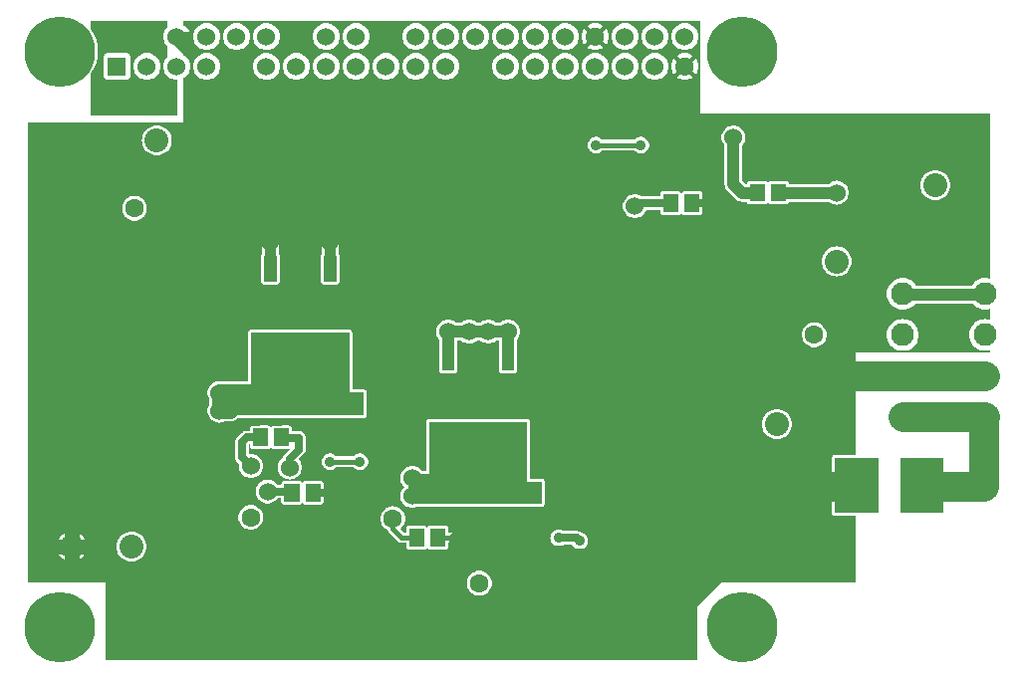
<source format=gbr>
G04 start of page 3 for group 3 idx 1 *
G04 Title: RspPiPS, bottom *
G04 Creator: pcb 4.2.0 *
G04 CreationDate: Mon Jan 27 09:10:50 2020 UTC *
G04 For: brian *
G04 Format: Gerber/RS-274X *
G04 PCB-Dimensions (mil): 10000.00 10000.00 *
G04 PCB-Coordinate-Origin: lower left *
%MOIN*%
%FSLAX25Y25*%
%LNBOTTOM*%
%ADD48C,0.0380*%
%ADD47C,0.0354*%
%ADD46C,0.0453*%
%ADD45C,0.1063*%
%ADD44C,0.0200*%
%ADD43C,0.0350*%
%ADD42C,0.0600*%
%ADD41C,0.0630*%
%ADD40C,0.0800*%
%ADD39C,0.0768*%
%ADD38C,0.2362*%
%ADD37C,0.1000*%
%ADD36C,0.0500*%
%ADD35C,0.0360*%
%ADD34C,0.0150*%
%ADD33C,0.0250*%
%ADD32C,0.0400*%
%ADD31C,0.0001*%
G54D31*G36*
X191500Y772000D02*Y769982D01*
X191048Y769453D01*
X190678Y768849D01*
X190407Y768195D01*
X190242Y767506D01*
X190186Y766800D01*
X190242Y766094D01*
X190407Y765405D01*
X190678Y764751D01*
X191048Y764147D01*
X191500Y763618D01*
Y759982D01*
X191048Y759453D01*
X190678Y758849D01*
X190407Y758195D01*
X190242Y757506D01*
X190186Y756800D01*
X190242Y756094D01*
X190407Y755405D01*
X190678Y754751D01*
X191048Y754147D01*
X191508Y753608D01*
X192047Y753148D01*
X192651Y752778D01*
X193305Y752507D01*
X193994Y752342D01*
X194700Y752286D01*
X195000Y752310D01*
Y740500D01*
X184693D01*
Y752287D01*
X184700Y752286D01*
X185406Y752342D01*
X186095Y752507D01*
X186749Y752778D01*
X187353Y753148D01*
X187892Y753608D01*
X188352Y754147D01*
X188722Y754751D01*
X188993Y755405D01*
X189158Y756094D01*
X189200Y756800D01*
X189158Y757506D01*
X188993Y758195D01*
X188722Y758849D01*
X188352Y759453D01*
X187892Y759992D01*
X187353Y760452D01*
X186749Y760822D01*
X186095Y761093D01*
X185406Y761258D01*
X184700Y761314D01*
X184693Y761313D01*
Y772000D01*
X191500D01*
G37*
G36*
X184693Y740500D02*X174700D01*
Y752307D01*
X177935Y752314D01*
X178165Y752369D01*
X178383Y752459D01*
X178584Y752583D01*
X178764Y752736D01*
X178917Y752916D01*
X179041Y753117D01*
X179131Y753335D01*
X179186Y753565D01*
X179200Y753800D01*
X179186Y760035D01*
X179131Y760265D01*
X179041Y760483D01*
X178917Y760684D01*
X178764Y760864D01*
X178584Y761017D01*
X178383Y761141D01*
X178165Y761231D01*
X177935Y761286D01*
X177700Y761300D01*
X174700Y761293D01*
Y772000D01*
X184693D01*
Y761313D01*
X183994Y761258D01*
X183305Y761093D01*
X182651Y760822D01*
X182047Y760452D01*
X181508Y759992D01*
X181048Y759453D01*
X180678Y758849D01*
X180407Y758195D01*
X180242Y757506D01*
X180186Y756800D01*
X180242Y756094D01*
X180407Y755405D01*
X180678Y754751D01*
X181048Y754147D01*
X181508Y753608D01*
X182047Y753148D01*
X182651Y752778D01*
X183305Y752507D01*
X183994Y752342D01*
X184693Y752287D01*
Y740500D01*
G37*
G36*
X174700D02*X166000D01*
Y754408D01*
X166962Y755977D01*
X167733Y757840D01*
X168204Y759801D01*
X168323Y761811D01*
X168204Y763821D01*
X167733Y765782D01*
X166962Y767645D01*
X166000Y769214D01*
Y772000D01*
X174700D01*
Y761293D01*
X171465Y761286D01*
X171235Y761231D01*
X171017Y761141D01*
X170816Y761017D01*
X170636Y760864D01*
X170483Y760684D01*
X170359Y760483D01*
X170269Y760265D01*
X170214Y760035D01*
X170200Y759800D01*
X170214Y753565D01*
X170269Y753335D01*
X170359Y753117D01*
X170483Y752916D01*
X170636Y752736D01*
X170816Y752583D01*
X171017Y752459D01*
X171235Y752369D01*
X171465Y752314D01*
X171700Y752300D01*
X174700Y752307D01*
Y740500D01*
G37*
G36*
X448492Y677500D02*X460849D01*
X461382Y676875D01*
X462021Y676329D01*
X462738Y675890D01*
X463514Y675568D01*
X464331Y675372D01*
X465169Y675306D01*
X466007Y675372D01*
X466824Y675568D01*
X467000Y675641D01*
Y671902D01*
X466824Y671975D01*
X466007Y672171D01*
X465169Y672237D01*
X464331Y672171D01*
X463514Y671975D01*
X462738Y671653D01*
X462021Y671214D01*
X461382Y670668D01*
X460837Y670030D01*
X460398Y669313D01*
X460076Y668537D01*
X459880Y667720D01*
X459814Y666882D01*
X459880Y666044D01*
X460076Y665227D01*
X460398Y664451D01*
X460837Y663734D01*
X461382Y663095D01*
X462021Y662550D01*
X462738Y662111D01*
X463514Y661789D01*
X464331Y661593D01*
X465169Y661527D01*
X466007Y661593D01*
X466824Y661789D01*
X467000Y661862D01*
Y661000D01*
X448492D01*
Y677500D01*
G37*
G36*
Y741000D02*X467000D01*
Y685681D01*
X466824Y685754D01*
X466007Y685951D01*
X465169Y686016D01*
X464331Y685951D01*
X463514Y685754D01*
X462738Y685433D01*
X462021Y684994D01*
X461382Y684448D01*
X460837Y683809D01*
X460647Y683500D01*
X448492D01*
Y711985D01*
X448500Y711985D01*
X449285Y712046D01*
X450050Y712230D01*
X450777Y712531D01*
X451448Y712942D01*
X452046Y713454D01*
X452558Y714052D01*
X452969Y714723D01*
X453270Y715450D01*
X453454Y716215D01*
X453500Y717000D01*
X453454Y717785D01*
X453270Y718550D01*
X452969Y719277D01*
X452558Y719948D01*
X452046Y720546D01*
X451448Y721058D01*
X450777Y721469D01*
X450050Y721770D01*
X449285Y721954D01*
X448500Y722015D01*
X448492Y722015D01*
Y741000D01*
G37*
G36*
X437602Y675307D02*X437610Y675306D01*
X438448Y675372D01*
X439265Y675568D01*
X440041Y675890D01*
X440758Y676329D01*
X441397Y676875D01*
X441931Y677500D01*
X448492D01*
Y661000D01*
X437602D01*
Y661527D01*
X437610Y661527D01*
X438448Y661593D01*
X439265Y661789D01*
X440041Y662111D01*
X440758Y662550D01*
X441397Y663095D01*
X441942Y663734D01*
X442381Y664451D01*
X442703Y665227D01*
X442899Y666044D01*
X442949Y666882D01*
X442899Y667720D01*
X442703Y668537D01*
X442381Y669313D01*
X441942Y670030D01*
X441397Y670668D01*
X440758Y671214D01*
X440041Y671653D01*
X439265Y671975D01*
X438448Y672171D01*
X437610Y672237D01*
X437602Y672236D01*
Y675307D01*
G37*
G36*
Y741000D02*X448492D01*
Y722015D01*
X447715Y721954D01*
X446950Y721770D01*
X446223Y721469D01*
X445552Y721058D01*
X444954Y720546D01*
X444442Y719948D01*
X444031Y719277D01*
X443730Y718550D01*
X443546Y717785D01*
X443485Y717000D01*
X443546Y716215D01*
X443730Y715450D01*
X444031Y714723D01*
X444442Y714052D01*
X444954Y713454D01*
X445552Y712942D01*
X446223Y712531D01*
X446950Y712230D01*
X447715Y712046D01*
X448492Y711985D01*
Y683500D01*
X442132D01*
X441942Y683809D01*
X441397Y684448D01*
X440758Y684994D01*
X440041Y685433D01*
X439265Y685754D01*
X438448Y685951D01*
X437610Y686016D01*
X437602Y686016D01*
Y741000D01*
G37*
G36*
X415492Y606250D02*X422000Y606254D01*
Y584000D01*
X415492D01*
Y606250D01*
G37*
G36*
Y741000D02*X437602D01*
Y686016D01*
X436772Y685951D01*
X435955Y685754D01*
X435179Y685433D01*
X434462Y684994D01*
X433823Y684448D01*
X433278Y683809D01*
X432839Y683093D01*
X432517Y682316D01*
X432321Y681499D01*
X432255Y680661D01*
X432321Y679824D01*
X432517Y679007D01*
X432839Y678230D01*
X433278Y677514D01*
X433823Y676875D01*
X434462Y676329D01*
X435179Y675890D01*
X435955Y675568D01*
X436772Y675372D01*
X437602Y675307D01*
Y672236D01*
X436772Y672171D01*
X435955Y671975D01*
X435179Y671653D01*
X434462Y671214D01*
X433823Y670668D01*
X433278Y670030D01*
X432839Y669313D01*
X432517Y668537D01*
X432321Y667720D01*
X432255Y666882D01*
X432321Y666044D01*
X432517Y665227D01*
X432839Y664451D01*
X433278Y663734D01*
X433823Y663095D01*
X434462Y662550D01*
X435179Y662111D01*
X435955Y661789D01*
X436772Y661593D01*
X437602Y661527D01*
Y661000D01*
X422000D01*
Y626745D01*
X415492Y626741D01*
Y686485D01*
X415500Y686485D01*
X416285Y686546D01*
X417050Y686730D01*
X417777Y687031D01*
X418448Y687442D01*
X419046Y687954D01*
X419558Y688552D01*
X419969Y689223D01*
X420270Y689950D01*
X420454Y690715D01*
X420500Y691500D01*
X420454Y692285D01*
X420270Y693050D01*
X419969Y693777D01*
X419558Y694448D01*
X419046Y695046D01*
X418448Y695558D01*
X417777Y695969D01*
X417050Y696270D01*
X416285Y696454D01*
X415500Y696515D01*
X415492Y696515D01*
Y710488D01*
X415500Y710488D01*
X416128Y710537D01*
X416740Y710684D01*
X417322Y710925D01*
X417858Y711254D01*
X418337Y711663D01*
X418746Y712142D01*
X419075Y712678D01*
X419316Y713260D01*
X419463Y713872D01*
X419500Y714500D01*
X419463Y715128D01*
X419316Y715740D01*
X419075Y716322D01*
X418746Y716858D01*
X418337Y717337D01*
X417858Y717746D01*
X417322Y718075D01*
X416740Y718316D01*
X416128Y718463D01*
X415500Y718512D01*
X415492Y718512D01*
Y741000D01*
G37*
G36*
Y626741D02*X414793Y626741D01*
X414640Y626704D01*
X414495Y626644D01*
X414360Y626562D01*
X414241Y626459D01*
X414138Y626340D01*
X414056Y626205D01*
X413996Y626060D01*
X413959Y625907D01*
X413950Y625750D01*
X413959Y607093D01*
X413996Y606940D01*
X414056Y606795D01*
X414138Y606660D01*
X414241Y606541D01*
X414360Y606438D01*
X414495Y606356D01*
X414640Y606296D01*
X414793Y606259D01*
X414950Y606250D01*
X415492Y606250D01*
Y584000D01*
X407994D01*
Y662728D01*
X408000Y662727D01*
X408651Y662779D01*
X409286Y662931D01*
X409890Y663181D01*
X410447Y663522D01*
X410943Y663946D01*
X411367Y664443D01*
X411709Y665000D01*
X411959Y665604D01*
X412111Y666239D01*
X412150Y666890D01*
X412111Y667541D01*
X411959Y668176D01*
X411709Y668779D01*
X411367Y669336D01*
X410943Y669833D01*
X410447Y670257D01*
X409890Y670598D01*
X409286Y670848D01*
X408651Y671001D01*
X408000Y671052D01*
X407994Y671052D01*
Y711500D01*
X412854D01*
X413142Y711254D01*
X413678Y710925D01*
X414260Y710684D01*
X414872Y710537D01*
X415492Y710488D01*
Y696515D01*
X414715Y696454D01*
X413950Y696270D01*
X413223Y695969D01*
X412552Y695558D01*
X411954Y695046D01*
X411442Y694448D01*
X411031Y693777D01*
X410730Y693050D01*
X410546Y692285D01*
X410485Y691500D01*
X410546Y690715D01*
X410730Y689950D01*
X411031Y689223D01*
X411442Y688552D01*
X411954Y687954D01*
X412552Y687442D01*
X413223Y687031D01*
X413950Y686730D01*
X414715Y686546D01*
X415492Y686485D01*
Y626741D01*
G37*
G36*
X407994Y741000D02*X415492D01*
Y718512D01*
X414872Y718463D01*
X414260Y718316D01*
X413678Y718075D01*
X413142Y717746D01*
X412854Y717500D01*
X407994D01*
Y741000D01*
G37*
G36*
Y584000D02*X398244D01*
Y632817D01*
X398448Y632942D01*
X399046Y633454D01*
X399558Y634052D01*
X399969Y634723D01*
X400270Y635450D01*
X400454Y636215D01*
X400500Y637000D01*
X400454Y637785D01*
X400270Y638550D01*
X399969Y639277D01*
X399558Y639948D01*
X399046Y640546D01*
X398448Y641058D01*
X398244Y641183D01*
Y710556D01*
X398759Y710557D01*
X398912Y710594D01*
X399057Y710654D01*
X399192Y710736D01*
X399311Y710839D01*
X399414Y710958D01*
X399496Y711093D01*
X399556Y711238D01*
X399593Y711391D01*
X399599Y711500D01*
X407994D01*
Y671052D01*
X407349Y671001D01*
X406714Y670848D01*
X406110Y670598D01*
X405553Y670257D01*
X405057Y669833D01*
X404633Y669336D01*
X404291Y668779D01*
X404041Y668176D01*
X403889Y667541D01*
X403838Y666890D01*
X403889Y666239D01*
X404041Y665604D01*
X404291Y665000D01*
X404633Y664443D01*
X405057Y663946D01*
X405553Y663522D01*
X406110Y663181D01*
X406714Y662931D01*
X407349Y662779D01*
X407994Y662728D01*
Y584000D01*
G37*
G36*
X398244Y741000D02*X407994D01*
Y717500D01*
X399593D01*
X399593Y717609D01*
X399556Y717762D01*
X399496Y717907D01*
X399414Y718042D01*
X399311Y718161D01*
X399192Y718264D01*
X399057Y718346D01*
X398912Y718406D01*
X398759Y718443D01*
X398602Y718452D01*
X398244Y718451D01*
Y741000D01*
G37*
G36*
X370000D02*X398244D01*
Y718451D01*
X393327Y718443D01*
X393174Y718406D01*
X393029Y718346D01*
X392894Y718264D01*
X392775Y718161D01*
X392672Y718042D01*
X392590Y717907D01*
X392530Y717762D01*
X392500Y717637D01*
X392470Y717762D01*
X392410Y717907D01*
X392328Y718042D01*
X392225Y718161D01*
X392106Y718264D01*
X391971Y718346D01*
X391826Y718406D01*
X391673Y718443D01*
X391516Y718452D01*
X386241Y718443D01*
X386088Y718406D01*
X385943Y718346D01*
X385808Y718264D01*
X385689Y718161D01*
X385586Y718042D01*
X385504Y717907D01*
X385444Y717762D01*
X385407Y717609D01*
X385401Y717500D01*
X385243D01*
X384000Y718743D01*
Y730354D01*
X384246Y730642D01*
X384575Y731178D01*
X384816Y731760D01*
X384963Y732372D01*
X385000Y733000D01*
X384963Y733628D01*
X384816Y734240D01*
X384575Y734822D01*
X384246Y735358D01*
X383837Y735837D01*
X383358Y736246D01*
X382822Y736575D01*
X382240Y736816D01*
X381628Y736963D01*
X381000Y737012D01*
X380372Y736963D01*
X379760Y736816D01*
X379178Y736575D01*
X378642Y736246D01*
X378163Y735837D01*
X377754Y735358D01*
X377425Y734822D01*
X377184Y734240D01*
X377037Y733628D01*
X376988Y733000D01*
X377037Y732372D01*
X377184Y731760D01*
X377425Y731178D01*
X377754Y730642D01*
X378000Y730354D01*
Y717618D01*
X377991Y717500D01*
X378028Y717029D01*
Y717029D01*
X378049Y716940D01*
X378138Y716570D01*
X378319Y716134D01*
X378565Y715731D01*
X378565Y715731D01*
X378872Y715372D01*
X378962Y715296D01*
X381796Y712462D01*
X381872Y712372D01*
X382231Y712065D01*
X382231Y712065D01*
X382634Y711819D01*
X383070Y711638D01*
X383440Y711549D01*
X383529Y711528D01*
X383529D01*
X384000Y711491D01*
X384118Y711500D01*
X385407D01*
X385407Y711391D01*
X385444Y711238D01*
X385504Y711093D01*
X385586Y710958D01*
X385689Y710839D01*
X385808Y710736D01*
X385943Y710654D01*
X386088Y710594D01*
X386241Y710557D01*
X386398Y710548D01*
X391673Y710557D01*
X391826Y710594D01*
X391971Y710654D01*
X392106Y710736D01*
X392225Y710839D01*
X392328Y710958D01*
X392410Y711093D01*
X392470Y711238D01*
X392500Y711363D01*
X392530Y711238D01*
X392590Y711093D01*
X392672Y710958D01*
X392775Y710839D01*
X392894Y710736D01*
X393029Y710654D01*
X393174Y710594D01*
X393327Y710557D01*
X393484Y710548D01*
X398244Y710556D01*
Y641183D01*
X397777Y641469D01*
X397050Y641770D01*
X396285Y641954D01*
X395500Y642015D01*
X394715Y641954D01*
X393950Y641770D01*
X393223Y641469D01*
X392552Y641058D01*
X391954Y640546D01*
X391442Y639948D01*
X391031Y639277D01*
X390730Y638550D01*
X390546Y637785D01*
X390485Y637000D01*
X390546Y636215D01*
X390730Y635450D01*
X391031Y634723D01*
X391442Y634052D01*
X391954Y633454D01*
X392552Y632942D01*
X393223Y632531D01*
X393950Y632230D01*
X394715Y632046D01*
X395500Y631985D01*
X396285Y632046D01*
X397050Y632230D01*
X397777Y632531D01*
X398244Y632817D01*
Y584000D01*
X377000D01*
X369000Y576000D01*
Y558000D01*
X368242D01*
Y707055D01*
X369802Y707057D01*
X369955Y707094D01*
X370100Y707154D01*
X370235Y707236D01*
X370354Y707339D01*
X370456Y707458D01*
X370539Y707593D01*
X370599Y707738D01*
X370636Y707891D01*
X370645Y708048D01*
X370636Y714109D01*
X370599Y714262D01*
X370539Y714407D01*
X370456Y714542D01*
X370354Y714661D01*
X370235Y714764D01*
X370100Y714846D01*
X369955Y714906D01*
X369802Y714943D01*
X369645Y714952D01*
X368242Y714950D01*
Y754318D01*
X368375Y754185D01*
X368722Y754751D01*
X368993Y755405D01*
X369158Y756094D01*
X369200Y756800D01*
X369158Y757506D01*
X368993Y758195D01*
X368722Y758849D01*
X368375Y759415D01*
X368242Y759282D01*
Y764019D01*
X368352Y764147D01*
X368722Y764751D01*
X368993Y765405D01*
X369158Y766094D01*
X369200Y766800D01*
X369158Y767506D01*
X368993Y768195D01*
X368722Y768849D01*
X368352Y769453D01*
X368242Y769581D01*
Y772000D01*
X370000D01*
Y741000D01*
G37*
G36*
X368242Y769581D02*X367892Y769992D01*
X367353Y770452D01*
X366749Y770822D01*
X366095Y771093D01*
X365406Y771258D01*
X364700Y771314D01*
X364693Y771313D01*
Y772000D01*
X368242D01*
Y769581D01*
G37*
G36*
Y714950D02*X364693Y714943D01*
Y752287D01*
X364700Y752286D01*
X365406Y752342D01*
X366095Y752507D01*
X366749Y752778D01*
X367315Y753125D01*
X366224Y754215D01*
X366066Y754119D01*
X365630Y753938D01*
X365171Y753828D01*
X364700Y753791D01*
X364693Y753791D01*
Y759809D01*
X364700Y759809D01*
X365171Y759772D01*
X365630Y759662D01*
X366066Y759481D01*
X366224Y759385D01*
X367315Y760475D01*
X366749Y760822D01*
X366095Y761093D01*
X365406Y761258D01*
X364700Y761314D01*
X364693Y761313D01*
Y762287D01*
X364700Y762286D01*
X365406Y762342D01*
X366095Y762507D01*
X366749Y762778D01*
X367353Y763148D01*
X367892Y763608D01*
X368242Y764019D01*
Y759282D01*
X367285Y758324D01*
X367381Y758166D01*
X367562Y757730D01*
X367672Y757271D01*
X367700Y756800D01*
X367672Y756329D01*
X367562Y755870D01*
X367381Y755434D01*
X367285Y755276D01*
X368242Y754318D01*
Y714950D01*
G37*
G36*
Y558000D02*X364693D01*
Y707048D01*
X368242Y707055D01*
Y558000D01*
G37*
G36*
X361151Y772000D02*X364693D01*
Y771313D01*
X363994Y771258D01*
X363305Y771093D01*
X362651Y770822D01*
X362047Y770452D01*
X361508Y769992D01*
X361151Y769573D01*
Y772000D01*
G37*
G36*
X364693Y714943D02*X364370Y714943D01*
X364217Y714906D01*
X364072Y714846D01*
X363937Y714764D01*
X363818Y714661D01*
X363715Y714542D01*
X363633Y714407D01*
X363573Y714262D01*
X363543Y714137D01*
X363513Y714262D01*
X363453Y714407D01*
X363370Y714542D01*
X363268Y714661D01*
X363149Y714764D01*
X363014Y714846D01*
X362869Y714906D01*
X362716Y714943D01*
X362559Y714952D01*
X361151Y714950D01*
Y754311D01*
X362115Y755276D01*
X362019Y755434D01*
X361838Y755870D01*
X361728Y756329D01*
X361691Y756800D01*
X361728Y757271D01*
X361838Y757730D01*
X362019Y758166D01*
X362115Y758324D01*
X361151Y759289D01*
Y764027D01*
X361508Y763608D01*
X362047Y763148D01*
X362651Y762778D01*
X363305Y762507D01*
X363994Y762342D01*
X364693Y762287D01*
Y761313D01*
X363994Y761258D01*
X363305Y761093D01*
X362651Y760822D01*
X362085Y760475D01*
X363176Y759385D01*
X363334Y759481D01*
X363770Y759662D01*
X364229Y759772D01*
X364693Y759809D01*
Y753791D01*
X364229Y753828D01*
X363770Y753938D01*
X363334Y754119D01*
X363176Y754215D01*
X362085Y753125D01*
X362651Y752778D01*
X363305Y752507D01*
X363994Y752342D01*
X364693Y752287D01*
Y714943D01*
G37*
G36*
X361151Y714950D02*X357316Y714943D01*
Y753126D01*
X357353Y753148D01*
X357892Y753608D01*
X358352Y754147D01*
X358722Y754751D01*
X358993Y755405D01*
X359158Y756094D01*
X359200Y756800D01*
X359158Y757506D01*
X358993Y758195D01*
X358722Y758849D01*
X358352Y759453D01*
X357892Y759992D01*
X357353Y760452D01*
X357316Y760474D01*
Y763126D01*
X357353Y763148D01*
X357892Y763608D01*
X358352Y764147D01*
X358722Y764751D01*
X358993Y765405D01*
X359158Y766094D01*
X359200Y766800D01*
X359158Y767506D01*
X358993Y768195D01*
X358722Y768849D01*
X358352Y769453D01*
X357892Y769992D01*
X357353Y770452D01*
X357316Y770474D01*
Y772000D01*
X361151D01*
Y769573D01*
X361048Y769453D01*
X360678Y768849D01*
X360407Y768195D01*
X360242Y767506D01*
X360186Y766800D01*
X360242Y766094D01*
X360407Y765405D01*
X360678Y764751D01*
X361048Y764147D01*
X361151Y764027D01*
Y759289D01*
X361025Y759415D01*
X360678Y758849D01*
X360407Y758195D01*
X360242Y757506D01*
X360186Y756800D01*
X360242Y756094D01*
X360407Y755405D01*
X360678Y754751D01*
X361025Y754185D01*
X361151Y754311D01*
Y714950D01*
G37*
G36*
X364693Y558000D02*X357316D01*
Y707055D01*
X357441Y707048D01*
X362716Y707057D01*
X362869Y707094D01*
X363014Y707154D01*
X363149Y707236D01*
X363268Y707339D01*
X363370Y707458D01*
X363453Y707593D01*
X363513Y707738D01*
X363543Y707863D01*
X363573Y707738D01*
X363633Y707593D01*
X363715Y707458D01*
X363818Y707339D01*
X363937Y707236D01*
X364072Y707154D01*
X364217Y707094D01*
X364370Y707057D01*
X364527Y707048D01*
X364693Y707048D01*
Y558000D01*
G37*
G36*
X357316D02*X342496D01*
Y728750D01*
X347812D01*
X348014Y728514D01*
X348349Y728228D01*
X348725Y727997D01*
X349132Y727829D01*
X349561Y727726D01*
X350000Y727691D01*
X350439Y727726D01*
X350868Y727829D01*
X351275Y727997D01*
X351651Y728228D01*
X351986Y728514D01*
X352272Y728849D01*
X352503Y729225D01*
X352671Y729632D01*
X352774Y730061D01*
X352800Y730500D01*
X352774Y730939D01*
X352671Y731368D01*
X352503Y731775D01*
X352272Y732151D01*
X351986Y732486D01*
X351651Y732772D01*
X351275Y733003D01*
X350868Y733171D01*
X350439Y733274D01*
X350000Y733309D01*
X349561Y733274D01*
X349132Y733171D01*
X348725Y733003D01*
X348349Y732772D01*
X348014Y732486D01*
X347812Y732250D01*
X342496D01*
Y752873D01*
X342651Y752778D01*
X343305Y752507D01*
X343994Y752342D01*
X344700Y752286D01*
X345406Y752342D01*
X346095Y752507D01*
X346749Y752778D01*
X347353Y753148D01*
X347892Y753608D01*
X348352Y754147D01*
X348722Y754751D01*
X348993Y755405D01*
X349158Y756094D01*
X349200Y756800D01*
X349158Y757506D01*
X348993Y758195D01*
X348722Y758849D01*
X348352Y759453D01*
X347892Y759992D01*
X347353Y760452D01*
X346749Y760822D01*
X346095Y761093D01*
X345406Y761258D01*
X344700Y761314D01*
X343994Y761258D01*
X343305Y761093D01*
X342651Y760822D01*
X342496Y760727D01*
Y762873D01*
X342651Y762778D01*
X343305Y762507D01*
X343994Y762342D01*
X344700Y762286D01*
X345406Y762342D01*
X346095Y762507D01*
X346749Y762778D01*
X347353Y763148D01*
X347892Y763608D01*
X348352Y764147D01*
X348722Y764751D01*
X348993Y765405D01*
X349158Y766094D01*
X349200Y766800D01*
X349158Y767506D01*
X348993Y768195D01*
X348722Y768849D01*
X348352Y769453D01*
X347892Y769992D01*
X347353Y770452D01*
X346749Y770822D01*
X346095Y771093D01*
X345406Y771258D01*
X344700Y771314D01*
X343994Y771258D01*
X343305Y771093D01*
X342651Y770822D01*
X342496Y770727D01*
Y772000D01*
X357316D01*
Y770474D01*
X356749Y770822D01*
X356095Y771093D01*
X355406Y771258D01*
X354700Y771314D01*
X353994Y771258D01*
X353305Y771093D01*
X352651Y770822D01*
X352047Y770452D01*
X351508Y769992D01*
X351048Y769453D01*
X350678Y768849D01*
X350407Y768195D01*
X350242Y767506D01*
X350186Y766800D01*
X350242Y766094D01*
X350407Y765405D01*
X350678Y764751D01*
X351048Y764147D01*
X351508Y763608D01*
X352047Y763148D01*
X352651Y762778D01*
X353305Y762507D01*
X353994Y762342D01*
X354700Y762286D01*
X355406Y762342D01*
X356095Y762507D01*
X356749Y762778D01*
X357316Y763126D01*
Y760474D01*
X356749Y760822D01*
X356095Y761093D01*
X355406Y761258D01*
X354700Y761314D01*
X353994Y761258D01*
X353305Y761093D01*
X352651Y760822D01*
X352047Y760452D01*
X351508Y759992D01*
X351048Y759453D01*
X350678Y758849D01*
X350407Y758195D01*
X350242Y757506D01*
X350186Y756800D01*
X350242Y756094D01*
X350407Y755405D01*
X350678Y754751D01*
X351048Y754147D01*
X351508Y753608D01*
X352047Y753148D01*
X352651Y752778D01*
X353305Y752507D01*
X353994Y752342D01*
X354700Y752286D01*
X355406Y752342D01*
X356095Y752507D01*
X356749Y752778D01*
X357316Y753126D01*
Y714943D01*
X357284Y714943D01*
X357131Y714906D01*
X356986Y714846D01*
X356851Y714764D01*
X356732Y714661D01*
X356629Y714542D01*
X356547Y714407D01*
X356487Y714262D01*
X356450Y714109D01*
X356441Y713952D01*
X356442Y713250D01*
X350352D01*
X349822Y713575D01*
X349240Y713816D01*
X348628Y713963D01*
X348000Y714012D01*
X347372Y713963D01*
X346760Y713816D01*
X346178Y713575D01*
X345642Y713246D01*
X345163Y712837D01*
X344754Y712358D01*
X344425Y711822D01*
X344184Y711240D01*
X344037Y710628D01*
X343988Y710000D01*
X344037Y709372D01*
X344184Y708760D01*
X344425Y708178D01*
X344754Y707642D01*
X345163Y707163D01*
X345642Y706754D01*
X346178Y706425D01*
X346760Y706184D01*
X347372Y706037D01*
X348000Y705988D01*
X348628Y706037D01*
X349240Y706184D01*
X349822Y706425D01*
X350358Y706754D01*
X350837Y707163D01*
X351246Y707642D01*
X351575Y708178D01*
X351812Y708750D01*
X356449D01*
X356450Y707891D01*
X356487Y707738D01*
X356547Y707593D01*
X356629Y707458D01*
X356732Y707339D01*
X356851Y707236D01*
X356986Y707154D01*
X357131Y707094D01*
X357284Y707057D01*
X357316Y707055D01*
Y558000D01*
G37*
G36*
X338242Y754019D02*X338352Y754147D01*
X338722Y754751D01*
X338993Y755405D01*
X339158Y756094D01*
X339200Y756800D01*
X339158Y757506D01*
X338993Y758195D01*
X338722Y758849D01*
X338352Y759453D01*
X338242Y759581D01*
Y764318D01*
X338375Y764185D01*
X338722Y764751D01*
X338993Y765405D01*
X339158Y766094D01*
X339200Y766800D01*
X339158Y767506D01*
X338993Y768195D01*
X338722Y768849D01*
X338375Y769415D01*
X338242Y769282D01*
Y772000D01*
X342496D01*
Y770727D01*
X342047Y770452D01*
X341508Y769992D01*
X341048Y769453D01*
X340678Y768849D01*
X340407Y768195D01*
X340242Y767506D01*
X340186Y766800D01*
X340242Y766094D01*
X340407Y765405D01*
X340678Y764751D01*
X341048Y764147D01*
X341508Y763608D01*
X342047Y763148D01*
X342496Y762873D01*
Y760727D01*
X342047Y760452D01*
X341508Y759992D01*
X341048Y759453D01*
X340678Y758849D01*
X340407Y758195D01*
X340242Y757506D01*
X340186Y756800D01*
X340242Y756094D01*
X340407Y755405D01*
X340678Y754751D01*
X341048Y754147D01*
X341508Y753608D01*
X342047Y753148D01*
X342496Y752873D01*
Y732250D01*
X338242D01*
Y754019D01*
G37*
G36*
Y759581D02*X337892Y759992D01*
X337353Y760452D01*
X336749Y760822D01*
X336095Y761093D01*
X335406Y761258D01*
X334700Y761314D01*
Y762286D01*
X335406Y762342D01*
X336095Y762507D01*
X336749Y762778D01*
X337315Y763125D01*
X336224Y764215D01*
X336066Y764119D01*
X335630Y763938D01*
X335171Y763828D01*
X334700Y763791D01*
Y769809D01*
X335171Y769772D01*
X335630Y769662D01*
X336066Y769481D01*
X336224Y769385D01*
X337315Y770475D01*
X336749Y770822D01*
X336095Y771093D01*
X335406Y771258D01*
X334700Y771314D01*
Y772000D01*
X338242D01*
Y769282D01*
X337285Y768324D01*
X337381Y768166D01*
X337562Y767730D01*
X337672Y767271D01*
X337700Y766800D01*
X337672Y766329D01*
X337562Y765870D01*
X337381Y765434D01*
X337285Y765276D01*
X338242Y764318D01*
Y759581D01*
G37*
G36*
X334700Y752286D02*X335406Y752342D01*
X336095Y752507D01*
X336749Y752778D01*
X337353Y753148D01*
X337892Y753608D01*
X338242Y754019D01*
Y732250D01*
X337188D01*
X336986Y732486D01*
X336651Y732772D01*
X336275Y733003D01*
X335868Y733171D01*
X335439Y733274D01*
X335000Y733309D01*
X334700Y733285D01*
Y752286D01*
G37*
G36*
X342496Y558000D02*X334700D01*
Y727715D01*
X335000Y727691D01*
X335439Y727726D01*
X335868Y727829D01*
X336275Y727997D01*
X336651Y728228D01*
X336986Y728514D01*
X337188Y728750D01*
X342496D01*
Y558000D01*
G37*
G36*
X334700Y761314D02*X333994Y761258D01*
X333305Y761093D01*
X332651Y760822D01*
X332047Y760452D01*
X331508Y759992D01*
X331151Y759573D01*
Y764311D01*
X332115Y765276D01*
X332019Y765434D01*
X331838Y765870D01*
X331728Y766329D01*
X331691Y766800D01*
X331728Y767271D01*
X331838Y767730D01*
X332019Y768166D01*
X332115Y768324D01*
X331151Y769289D01*
Y772000D01*
X334700D01*
Y771314D01*
X333994Y771258D01*
X333305Y771093D01*
X332651Y770822D01*
X332085Y770475D01*
X333176Y769385D01*
X333334Y769481D01*
X333770Y769662D01*
X334229Y769772D01*
X334700Y769809D01*
Y763791D01*
X334229Y763828D01*
X333770Y763938D01*
X333334Y764119D01*
X333176Y764215D01*
X332085Y763125D01*
X332651Y762778D01*
X333305Y762507D01*
X333994Y762342D01*
X334700Y762286D01*
Y761314D01*
G37*
G36*
Y558000D02*X331151D01*
Y595728D01*
X331151Y595728D01*
X331486Y596014D01*
X331772Y596349D01*
X332003Y596725D01*
X332171Y597132D01*
X332274Y597561D01*
X332300Y598000D01*
X332274Y598439D01*
X332171Y598868D01*
X332003Y599275D01*
X331772Y599651D01*
X331486Y599986D01*
X331151Y600272D01*
X331151Y600272D01*
Y754027D01*
X331508Y753608D01*
X332047Y753148D01*
X332651Y752778D01*
X333305Y752507D01*
X333994Y752342D01*
X334700Y752286D01*
Y733285D01*
X334561Y733274D01*
X334132Y733171D01*
X333725Y733003D01*
X333349Y732772D01*
X333014Y732486D01*
X332728Y732151D01*
X332497Y731775D01*
X332329Y731368D01*
X332226Y730939D01*
X332191Y730500D01*
X332226Y730061D01*
X332329Y729632D01*
X332497Y729225D01*
X332728Y728849D01*
X333014Y728514D01*
X333349Y728228D01*
X333725Y727997D01*
X334132Y727829D01*
X334561Y727726D01*
X334700Y727715D01*
Y558000D01*
G37*
G36*
X331151Y600272D02*X330775Y600503D01*
X330368Y600671D01*
X329939Y600774D01*
X329882Y600779D01*
X329827Y600826D01*
X329827Y600826D01*
X329712Y600896D01*
X329525Y601011D01*
X329293Y601107D01*
X329197Y601146D01*
X328853Y601229D01*
X328500Y601257D01*
X328412Y601250D01*
X325996D01*
Y752483D01*
X326095Y752507D01*
X326749Y752778D01*
X327353Y753148D01*
X327892Y753608D01*
X328352Y754147D01*
X328722Y754751D01*
X328993Y755405D01*
X329158Y756094D01*
X329200Y756800D01*
X329158Y757506D01*
X328993Y758195D01*
X328722Y758849D01*
X328352Y759453D01*
X327892Y759992D01*
X327353Y760452D01*
X326749Y760822D01*
X326095Y761093D01*
X325996Y761117D01*
Y762483D01*
X326095Y762507D01*
X326749Y762778D01*
X327353Y763148D01*
X327892Y763608D01*
X328352Y764147D01*
X328722Y764751D01*
X328993Y765405D01*
X329158Y766094D01*
X329200Y766800D01*
X329158Y767506D01*
X328993Y768195D01*
X328722Y768849D01*
X328352Y769453D01*
X327892Y769992D01*
X327353Y770452D01*
X326749Y770822D01*
X326095Y771093D01*
X325996Y771117D01*
Y772000D01*
X331151D01*
Y769289D01*
X331025Y769415D01*
X330678Y768849D01*
X330407Y768195D01*
X330242Y767506D01*
X330186Y766800D01*
X330242Y766094D01*
X330407Y765405D01*
X330678Y764751D01*
X331025Y764185D01*
X331151Y764311D01*
Y759573D01*
X331048Y759453D01*
X330678Y758849D01*
X330407Y758195D01*
X330242Y757506D01*
X330186Y756800D01*
X330242Y756094D01*
X330407Y755405D01*
X330678Y754751D01*
X331048Y754147D01*
X331151Y754027D01*
Y600272D01*
G37*
G36*
Y558000D02*X325996D01*
Y596750D01*
X326987D01*
X326997Y596725D01*
X327228Y596349D01*
X327514Y596014D01*
X327849Y595728D01*
X328225Y595497D01*
X328632Y595329D01*
X329061Y595226D01*
X329500Y595191D01*
X329939Y595226D01*
X330368Y595329D01*
X330775Y595497D01*
X331151Y595728D01*
Y558000D01*
G37*
G36*
X325996D02*X314693D01*
Y609308D01*
X316950Y609308D01*
X317103Y609345D01*
X317249Y609405D01*
X317383Y609488D01*
X317503Y609590D01*
X317605Y609710D01*
X317687Y609844D01*
X317747Y609989D01*
X317784Y610142D01*
X317793Y610299D01*
X317784Y617956D01*
X317747Y618109D01*
X317687Y618255D01*
X317605Y618389D01*
X317503Y618508D01*
X317383Y618611D01*
X317249Y618693D01*
X317103Y618753D01*
X316950Y618790D01*
X316793Y618799D01*
X314693Y618799D01*
Y752287D01*
X314700Y752286D01*
X315406Y752342D01*
X316095Y752507D01*
X316749Y752778D01*
X317353Y753148D01*
X317892Y753608D01*
X318352Y754147D01*
X318722Y754751D01*
X318993Y755405D01*
X319158Y756094D01*
X319200Y756800D01*
X319158Y757506D01*
X318993Y758195D01*
X318722Y758849D01*
X318352Y759453D01*
X317892Y759992D01*
X317353Y760452D01*
X316749Y760822D01*
X316095Y761093D01*
X315406Y761258D01*
X314700Y761314D01*
X314693Y761313D01*
Y762287D01*
X314700Y762286D01*
X315406Y762342D01*
X316095Y762507D01*
X316749Y762778D01*
X317353Y763148D01*
X317892Y763608D01*
X318352Y764147D01*
X318722Y764751D01*
X318993Y765405D01*
X319158Y766094D01*
X319200Y766800D01*
X319158Y767506D01*
X318993Y768195D01*
X318722Y768849D01*
X318352Y769453D01*
X317892Y769992D01*
X317353Y770452D01*
X316749Y770822D01*
X316095Y771093D01*
X315406Y771258D01*
X314700Y771314D01*
X314693Y771313D01*
Y772000D01*
X325996D01*
Y771117D01*
X325406Y771258D01*
X324700Y771314D01*
X323994Y771258D01*
X323305Y771093D01*
X322651Y770822D01*
X322047Y770452D01*
X321508Y769992D01*
X321048Y769453D01*
X320678Y768849D01*
X320407Y768195D01*
X320242Y767506D01*
X320186Y766800D01*
X320242Y766094D01*
X320407Y765405D01*
X320678Y764751D01*
X321048Y764147D01*
X321508Y763608D01*
X322047Y763148D01*
X322651Y762778D01*
X323305Y762507D01*
X323994Y762342D01*
X324700Y762286D01*
X325406Y762342D01*
X325996Y762483D01*
Y761117D01*
X325406Y761258D01*
X324700Y761314D01*
X323994Y761258D01*
X323305Y761093D01*
X322651Y760822D01*
X322047Y760452D01*
X321508Y759992D01*
X321048Y759453D01*
X320678Y758849D01*
X320407Y758195D01*
X320242Y757506D01*
X320186Y756800D01*
X320242Y756094D01*
X320407Y755405D01*
X320678Y754751D01*
X321048Y754147D01*
X321508Y753608D01*
X322047Y753148D01*
X322651Y752778D01*
X323305Y752507D01*
X323994Y752342D01*
X324700Y752286D01*
X325406Y752342D01*
X325996Y752483D01*
Y601250D01*
X324177D01*
X324151Y601272D01*
X323775Y601503D01*
X323368Y601671D01*
X322939Y601774D01*
X322500Y601809D01*
X322061Y601774D01*
X321632Y601671D01*
X321225Y601503D01*
X320849Y601272D01*
X320514Y600986D01*
X320228Y600651D01*
X319997Y600275D01*
X319829Y599868D01*
X319726Y599439D01*
X319691Y599000D01*
X319726Y598561D01*
X319829Y598132D01*
X319997Y597725D01*
X320228Y597349D01*
X320514Y597014D01*
X320849Y596728D01*
X321225Y596497D01*
X321632Y596329D01*
X322061Y596226D01*
X322500Y596191D01*
X322939Y596226D01*
X323368Y596329D01*
X323775Y596497D01*
X324151Y596728D01*
X324177Y596750D01*
X325996D01*
Y558000D01*
G37*
G36*
X314693Y618799D02*X312942Y618798D01*
X312934Y637956D01*
X312897Y638109D01*
X312837Y638255D01*
X312755Y638389D01*
X312653Y638508D01*
X312533Y638611D01*
X312399Y638693D01*
X312253Y638753D01*
X312100Y638790D01*
X311943Y638799D01*
X304693Y638797D01*
Y653977D01*
X307800Y653983D01*
X307953Y654020D01*
X308099Y654080D01*
X308233Y654163D01*
X308353Y654265D01*
X308455Y654385D01*
X308537Y654519D01*
X308597Y654664D01*
X308634Y654817D01*
X308643Y654974D01*
X308634Y663631D01*
X308597Y663784D01*
X308543Y663915D01*
Y665404D01*
X308746Y665642D01*
X309075Y666178D01*
X309316Y666760D01*
X309463Y667372D01*
X309500Y668000D01*
X309463Y668628D01*
X309316Y669240D01*
X309075Y669822D01*
X308746Y670358D01*
X308337Y670837D01*
X307858Y671246D01*
X307322Y671575D01*
X306740Y671816D01*
X306128Y671963D01*
X305500Y672012D01*
X304872Y671963D01*
X304693Y671920D01*
Y752287D01*
X304700Y752286D01*
X305406Y752342D01*
X306095Y752507D01*
X306749Y752778D01*
X307353Y753148D01*
X307892Y753608D01*
X308352Y754147D01*
X308722Y754751D01*
X308993Y755405D01*
X309158Y756094D01*
X309200Y756800D01*
X309158Y757506D01*
X308993Y758195D01*
X308722Y758849D01*
X308352Y759453D01*
X307892Y759992D01*
X307353Y760452D01*
X306749Y760822D01*
X306095Y761093D01*
X305406Y761258D01*
X304700Y761314D01*
X304693Y761313D01*
Y762287D01*
X304700Y762286D01*
X305406Y762342D01*
X306095Y762507D01*
X306749Y762778D01*
X307353Y763148D01*
X307892Y763608D01*
X308352Y764147D01*
X308722Y764751D01*
X308993Y765405D01*
X309158Y766094D01*
X309200Y766800D01*
X309158Y767506D01*
X308993Y768195D01*
X308722Y768849D01*
X308352Y769453D01*
X307892Y769992D01*
X307353Y770452D01*
X306749Y770822D01*
X306095Y771093D01*
X305406Y771258D01*
X304700Y771314D01*
X304693Y771313D01*
Y772000D01*
X314693D01*
Y771313D01*
X313994Y771258D01*
X313305Y771093D01*
X312651Y770822D01*
X312047Y770452D01*
X311508Y769992D01*
X311048Y769453D01*
X310678Y768849D01*
X310407Y768195D01*
X310242Y767506D01*
X310186Y766800D01*
X310242Y766094D01*
X310407Y765405D01*
X310678Y764751D01*
X311048Y764147D01*
X311508Y763608D01*
X312047Y763148D01*
X312651Y762778D01*
X313305Y762507D01*
X313994Y762342D01*
X314693Y762287D01*
Y761313D01*
X313994Y761258D01*
X313305Y761093D01*
X312651Y760822D01*
X312047Y760452D01*
X311508Y759992D01*
X311048Y759453D01*
X310678Y758849D01*
X310407Y758195D01*
X310242Y757506D01*
X310186Y756800D01*
X310242Y756094D01*
X310407Y755405D01*
X310678Y754751D01*
X311048Y754147D01*
X311508Y753608D01*
X312047Y753148D01*
X312651Y752778D01*
X313305Y752507D01*
X313994Y752342D01*
X314693Y752287D01*
Y618799D01*
G37*
G36*
Y558000D02*X304693D01*
Y609306D01*
X314693Y609308D01*
Y558000D01*
G37*
G36*
X304693Y671920D02*X304260Y671816D01*
X303678Y671575D01*
X303142Y671246D01*
X302854Y671000D01*
X301646D01*
X301358Y671246D01*
X300822Y671575D01*
X300240Y671816D01*
X299628Y671963D01*
X299000Y672012D01*
X298372Y671963D01*
X297760Y671816D01*
X297178Y671575D01*
X296642Y671246D01*
X296354Y671000D01*
X295146D01*
X294858Y671246D01*
X294322Y671575D01*
X293740Y671816D01*
X293640Y671840D01*
Y762427D01*
X293994Y762342D01*
X294700Y762286D01*
X295406Y762342D01*
X296095Y762507D01*
X296749Y762778D01*
X297353Y763148D01*
X297892Y763608D01*
X298352Y764147D01*
X298722Y764751D01*
X298993Y765405D01*
X299158Y766094D01*
X299200Y766800D01*
X299158Y767506D01*
X298993Y768195D01*
X298722Y768849D01*
X298352Y769453D01*
X297892Y769992D01*
X297353Y770452D01*
X296749Y770822D01*
X296095Y771093D01*
X295406Y771258D01*
X294700Y771314D01*
X293994Y771258D01*
X293640Y771173D01*
Y772000D01*
X304693D01*
Y771313D01*
X303994Y771258D01*
X303305Y771093D01*
X302651Y770822D01*
X302047Y770452D01*
X301508Y769992D01*
X301048Y769453D01*
X300678Y768849D01*
X300407Y768195D01*
X300242Y767506D01*
X300186Y766800D01*
X300242Y766094D01*
X300407Y765405D01*
X300678Y764751D01*
X301048Y764147D01*
X301508Y763608D01*
X302047Y763148D01*
X302651Y762778D01*
X303305Y762507D01*
X303994Y762342D01*
X304693Y762287D01*
Y761313D01*
X303994Y761258D01*
X303305Y761093D01*
X302651Y760822D01*
X302047Y760452D01*
X301508Y759992D01*
X301048Y759453D01*
X300678Y758849D01*
X300407Y758195D01*
X300242Y757506D01*
X300186Y756800D01*
X300242Y756094D01*
X300407Y755405D01*
X300678Y754751D01*
X301048Y754147D01*
X301508Y753608D01*
X302047Y753148D01*
X302651Y752778D01*
X303305Y752507D01*
X303994Y752342D01*
X304693Y752287D01*
Y671920D01*
G37*
G36*
Y638797D02*X293640Y638794D01*
Y664160D01*
X293740Y664184D01*
X294322Y664425D01*
X294858Y664754D01*
X295146Y665000D01*
X296354D01*
X296642Y664754D01*
X297178Y664425D01*
X297760Y664184D01*
X298372Y664037D01*
X299000Y663988D01*
X299628Y664037D01*
X300240Y664184D01*
X300822Y664425D01*
X301358Y664754D01*
X301646Y665000D01*
X302543D01*
Y663915D01*
X302489Y663784D01*
X302453Y663631D01*
X302443Y663474D01*
X302453Y654817D01*
X302489Y654664D01*
X302550Y654519D01*
X302632Y654385D01*
X302734Y654265D01*
X302854Y654163D01*
X302988Y654080D01*
X303133Y654020D01*
X303286Y653983D01*
X303443Y653974D01*
X304693Y653977D01*
Y638797D01*
G37*
G36*
Y558000D02*X293640D01*
Y580316D01*
X294059Y580059D01*
X294663Y579809D01*
X295298Y579657D01*
X295949Y579605D01*
X296600Y579657D01*
X297235Y579809D01*
X297839Y580059D01*
X298395Y580400D01*
X298892Y580824D01*
X299316Y581321D01*
X299658Y581878D01*
X299908Y582481D01*
X300060Y583117D01*
X300098Y583768D01*
X300060Y584419D01*
X299908Y585054D01*
X299658Y585657D01*
X299316Y586214D01*
X298892Y586711D01*
X298395Y587135D01*
X297839Y587476D01*
X297235Y587726D01*
X296600Y587879D01*
X295949Y587930D01*
X295298Y587879D01*
X294663Y587726D01*
X294059Y587476D01*
X293640Y587220D01*
Y609303D01*
X304693Y609306D01*
Y558000D01*
G37*
G36*
X284693Y653977D02*X287800Y653983D01*
X287953Y654020D01*
X288099Y654080D01*
X288233Y654163D01*
X288353Y654265D01*
X288455Y654385D01*
X288537Y654519D01*
X288597Y654664D01*
X288634Y654817D01*
X288643Y654974D01*
X288634Y663631D01*
X288597Y663784D01*
X288543Y663915D01*
Y665000D01*
X289854D01*
X290142Y664754D01*
X290678Y664425D01*
X291260Y664184D01*
X291872Y664037D01*
X292500Y663988D01*
X293128Y664037D01*
X293640Y664160D01*
Y638794D01*
X284693Y638792D01*
Y653977D01*
G37*
G36*
Y772000D02*X293640D01*
Y771173D01*
X293305Y771093D01*
X292651Y770822D01*
X292047Y770452D01*
X291508Y769992D01*
X291048Y769453D01*
X290678Y768849D01*
X290407Y768195D01*
X290242Y767506D01*
X290186Y766800D01*
X290242Y766094D01*
X290407Y765405D01*
X290678Y764751D01*
X291048Y764147D01*
X291508Y763608D01*
X292047Y763148D01*
X292651Y762778D01*
X293305Y762507D01*
X293640Y762427D01*
Y671840D01*
X293128Y671963D01*
X292500Y672012D01*
X291872Y671963D01*
X291260Y671816D01*
X290678Y671575D01*
X290142Y671246D01*
X289854Y671000D01*
X288146D01*
X287858Y671246D01*
X287322Y671575D01*
X286740Y671816D01*
X286128Y671963D01*
X285500Y672012D01*
X284872Y671963D01*
X284693Y671920D01*
Y752287D01*
X284700Y752286D01*
X285406Y752342D01*
X286095Y752507D01*
X286749Y752778D01*
X287353Y753148D01*
X287892Y753608D01*
X288352Y754147D01*
X288722Y754751D01*
X288993Y755405D01*
X289158Y756094D01*
X289200Y756800D01*
X289158Y757506D01*
X288993Y758195D01*
X288722Y758849D01*
X288352Y759453D01*
X287892Y759992D01*
X287353Y760452D01*
X286749Y760822D01*
X286095Y761093D01*
X285406Y761258D01*
X284700Y761314D01*
X284693Y761313D01*
Y762287D01*
X284700Y762286D01*
X285406Y762342D01*
X286095Y762507D01*
X286749Y762778D01*
X287353Y763148D01*
X287892Y763608D01*
X288352Y764147D01*
X288722Y764751D01*
X288993Y765405D01*
X289158Y766094D01*
X289200Y766800D01*
X289158Y767506D01*
X288993Y768195D01*
X288722Y768849D01*
X288352Y769453D01*
X287892Y769992D01*
X287353Y770452D01*
X286749Y770822D01*
X286095Y771093D01*
X285406Y771258D01*
X284700Y771314D01*
X284693Y771313D01*
Y772000D01*
G37*
G36*
X276796D02*X284693D01*
Y771313D01*
X283994Y771258D01*
X283305Y771093D01*
X282651Y770822D01*
X282047Y770452D01*
X281508Y769992D01*
X281048Y769453D01*
X280678Y768849D01*
X280407Y768195D01*
X280242Y767506D01*
X280186Y766800D01*
X280242Y766094D01*
X280407Y765405D01*
X280678Y764751D01*
X281048Y764147D01*
X281508Y763608D01*
X282047Y763148D01*
X282651Y762778D01*
X283305Y762507D01*
X283994Y762342D01*
X284693Y762287D01*
Y761313D01*
X283994Y761258D01*
X283305Y761093D01*
X282651Y760822D01*
X282047Y760452D01*
X281508Y759992D01*
X281048Y759453D01*
X280678Y758849D01*
X280407Y758195D01*
X280242Y757506D01*
X280186Y756800D01*
X280242Y756094D01*
X280407Y755405D01*
X280678Y754751D01*
X281048Y754147D01*
X281508Y753608D01*
X282047Y753148D01*
X282651Y752778D01*
X283305Y752507D01*
X283994Y752342D01*
X284693Y752287D01*
Y671920D01*
X284260Y671816D01*
X283678Y671575D01*
X283142Y671246D01*
X282663Y670837D01*
X282254Y670358D01*
X281925Y669822D01*
X281684Y669240D01*
X281537Y668628D01*
X281488Y668000D01*
X281537Y667372D01*
X281684Y666760D01*
X281925Y666178D01*
X282254Y665642D01*
X282543Y665303D01*
Y663915D01*
X282489Y663784D01*
X282453Y663631D01*
X282443Y663474D01*
X282453Y654817D01*
X282489Y654664D01*
X282550Y654519D01*
X282632Y654385D01*
X282734Y654265D01*
X282854Y654163D01*
X282988Y654080D01*
X283133Y654020D01*
X283286Y653983D01*
X283443Y653974D01*
X284693Y653977D01*
Y638792D01*
X278986Y638790D01*
X278833Y638753D01*
X278688Y638693D01*
X278554Y638611D01*
X278434Y638508D01*
X278332Y638389D01*
X278250Y638255D01*
X278189Y638109D01*
X278153Y637956D01*
X278143Y637799D01*
X278151Y621250D01*
X276812D01*
X276796Y621276D01*
Y752807D01*
X277353Y753148D01*
X277892Y753608D01*
X278352Y754147D01*
X278722Y754751D01*
X278993Y755405D01*
X279158Y756094D01*
X279200Y756800D01*
X279158Y757506D01*
X278993Y758195D01*
X278722Y758849D01*
X278352Y759453D01*
X277892Y759992D01*
X277353Y760452D01*
X276796Y760793D01*
Y762807D01*
X277353Y763148D01*
X277892Y763608D01*
X278352Y764147D01*
X278722Y764751D01*
X278993Y765405D01*
X279158Y766094D01*
X279200Y766800D01*
X279158Y767506D01*
X278993Y768195D01*
X278722Y768849D01*
X278352Y769453D01*
X277892Y769992D01*
X277353Y770452D01*
X276796Y770793D01*
Y772000D01*
G37*
G36*
X293640Y558000D02*X276796D01*
Y595056D01*
X277673Y595057D01*
X277826Y595094D01*
X277971Y595154D01*
X278106Y595236D01*
X278225Y595339D01*
X278328Y595458D01*
X278410Y595593D01*
X278470Y595738D01*
X278500Y595863D01*
X278530Y595738D01*
X278590Y595593D01*
X278672Y595458D01*
X278775Y595339D01*
X278894Y595236D01*
X279029Y595154D01*
X279174Y595094D01*
X279327Y595057D01*
X279484Y595048D01*
X284759Y595057D01*
X284912Y595094D01*
X285057Y595154D01*
X285192Y595236D01*
X285311Y595339D01*
X285414Y595458D01*
X285496Y595593D01*
X285556Y595738D01*
X285593Y595891D01*
X285602Y596048D01*
X285600Y597250D01*
X287777D01*
X287968Y597080D01*
X288203Y596936D01*
X288458Y596831D01*
X288725Y596766D01*
X289000Y596745D01*
X289275Y596766D01*
X289542Y596831D01*
X289797Y596936D01*
X290032Y597080D01*
X290241Y597259D01*
X290420Y597468D01*
X290564Y597703D01*
X290669Y597958D01*
X290734Y598225D01*
X290755Y598500D01*
X290734Y598775D01*
X290669Y599042D01*
X290564Y599297D01*
X290420Y599532D01*
X290237Y599737D01*
X289786Y600189D01*
X289741Y600241D01*
X289532Y600420D01*
X289297Y600564D01*
X289042Y600669D01*
X288775Y600734D01*
X288774Y600734D01*
X288500Y600755D01*
X288431Y600750D01*
X285595D01*
X285593Y602109D01*
X285556Y602262D01*
X285496Y602407D01*
X285414Y602542D01*
X285311Y602661D01*
X285192Y602764D01*
X285057Y602846D01*
X284912Y602906D01*
X284759Y602943D01*
X284602Y602952D01*
X279327Y602943D01*
X279174Y602906D01*
X279029Y602846D01*
X278894Y602764D01*
X278775Y602661D01*
X278672Y602542D01*
X278590Y602407D01*
X278530Y602262D01*
X278500Y602137D01*
X278470Y602262D01*
X278410Y602407D01*
X278328Y602542D01*
X278225Y602661D01*
X278106Y602764D01*
X277971Y602846D01*
X277826Y602906D01*
X277673Y602943D01*
X277516Y602952D01*
X276796Y602951D01*
Y609300D01*
X293640Y609303D01*
Y587220D01*
X293502Y587135D01*
X293006Y586711D01*
X292581Y586214D01*
X292240Y585657D01*
X291990Y585054D01*
X291838Y584419D01*
X291786Y583768D01*
X291838Y583117D01*
X291990Y582481D01*
X292240Y581878D01*
X292581Y581321D01*
X293006Y580824D01*
X293502Y580400D01*
X293640Y580316D01*
Y558000D01*
G37*
G36*
X264693Y772000D02*X276796D01*
Y770793D01*
X276749Y770822D01*
X276095Y771093D01*
X275406Y771258D01*
X274700Y771314D01*
X273994Y771258D01*
X273305Y771093D01*
X272651Y770822D01*
X272047Y770452D01*
X271508Y769992D01*
X271048Y769453D01*
X270678Y768849D01*
X270407Y768195D01*
X270242Y767506D01*
X270186Y766800D01*
X270242Y766094D01*
X270407Y765405D01*
X270678Y764751D01*
X271048Y764147D01*
X271508Y763608D01*
X272047Y763148D01*
X272651Y762778D01*
X273305Y762507D01*
X273994Y762342D01*
X274700Y762286D01*
X275406Y762342D01*
X276095Y762507D01*
X276749Y762778D01*
X276796Y762807D01*
Y760793D01*
X276749Y760822D01*
X276095Y761093D01*
X275406Y761258D01*
X274700Y761314D01*
X273994Y761258D01*
X273305Y761093D01*
X272651Y760822D01*
X272047Y760452D01*
X271508Y759992D01*
X271048Y759453D01*
X270678Y758849D01*
X270407Y758195D01*
X270242Y757506D01*
X270186Y756800D01*
X270242Y756094D01*
X270407Y755405D01*
X270678Y754751D01*
X271048Y754147D01*
X271508Y753608D01*
X272047Y753148D01*
X272651Y752778D01*
X273305Y752507D01*
X273994Y752342D01*
X274700Y752286D01*
X275406Y752342D01*
X276095Y752507D01*
X276749Y752778D01*
X276796Y752807D01*
Y621276D01*
X276746Y621358D01*
X276337Y621837D01*
X275858Y622246D01*
X275322Y622575D01*
X274740Y622816D01*
X274128Y622963D01*
X273500Y623012D01*
X272872Y622963D01*
X272260Y622816D01*
X271678Y622575D01*
X271142Y622246D01*
X270663Y621837D01*
X270254Y621358D01*
X269925Y620822D01*
X269684Y620240D01*
X269537Y619628D01*
X269488Y619000D01*
X269537Y618372D01*
X269684Y617760D01*
X269925Y617178D01*
X270254Y616642D01*
X270663Y616163D01*
X270854Y616000D01*
X270663Y615837D01*
X270254Y615358D01*
X269925Y614822D01*
X269684Y614240D01*
X269537Y613628D01*
X269488Y613000D01*
X269537Y612372D01*
X269684Y611760D01*
X269925Y611178D01*
X270254Y610642D01*
X270663Y610163D01*
X271142Y609754D01*
X271678Y609425D01*
X272260Y609184D01*
X272872Y609037D01*
X273500Y608988D01*
X274128Y609037D01*
X274740Y609184D01*
X275018Y609299D01*
X276796Y609300D01*
Y602951D01*
X272241Y602943D01*
X272088Y602906D01*
X271943Y602846D01*
X271808Y602764D01*
X271689Y602661D01*
X271586Y602542D01*
X271504Y602407D01*
X271444Y602262D01*
X271407Y602109D01*
X271398Y601952D01*
X271400Y600750D01*
X270725D01*
X269450Y602025D01*
X269943Y602446D01*
X270367Y602943D01*
X270709Y603500D01*
X270959Y604104D01*
X271111Y604739D01*
X271150Y605390D01*
X271111Y606041D01*
X270959Y606676D01*
X270709Y607279D01*
X270367Y607836D01*
X269943Y608333D01*
X269447Y608757D01*
X268890Y609098D01*
X268286Y609348D01*
X267651Y609501D01*
X267000Y609552D01*
X266349Y609501D01*
X265714Y609348D01*
X265110Y609098D01*
X264693Y608843D01*
Y752287D01*
X264700Y752286D01*
X265406Y752342D01*
X266095Y752507D01*
X266749Y752778D01*
X267353Y753148D01*
X267892Y753608D01*
X268352Y754147D01*
X268722Y754751D01*
X268993Y755405D01*
X269158Y756094D01*
X269200Y756800D01*
X269158Y757506D01*
X268993Y758195D01*
X268722Y758849D01*
X268352Y759453D01*
X267892Y759992D01*
X267353Y760452D01*
X266749Y760822D01*
X266095Y761093D01*
X265406Y761258D01*
X264700Y761314D01*
X264693Y761313D01*
Y772000D01*
G37*
G36*
X276796Y558000D02*X264693D01*
Y601937D01*
X265110Y601681D01*
X265295Y601604D01*
X265331Y601458D01*
X265436Y601203D01*
X265580Y600968D01*
X265759Y600759D01*
X265811Y600714D01*
X268714Y597811D01*
X268759Y597759D01*
X268968Y597580D01*
X269203Y597436D01*
X269458Y597331D01*
X269725Y597266D01*
X269726Y597266D01*
X270000Y597245D01*
X270069Y597250D01*
X271405D01*
X271407Y595891D01*
X271444Y595738D01*
X271504Y595593D01*
X271586Y595458D01*
X271689Y595339D01*
X271808Y595236D01*
X271943Y595154D01*
X272088Y595094D01*
X272241Y595057D01*
X272398Y595048D01*
X276796Y595056D01*
Y558000D01*
G37*
G36*
X264693D02*X254693D01*
Y622017D01*
X254725Y621997D01*
X255132Y621829D01*
X255561Y621726D01*
X256000Y621691D01*
X256439Y621726D01*
X256868Y621829D01*
X257275Y621997D01*
X257651Y622228D01*
X257986Y622514D01*
X258272Y622849D01*
X258503Y623225D01*
X258671Y623632D01*
X258774Y624061D01*
X258800Y624500D01*
X258774Y624939D01*
X258671Y625368D01*
X258503Y625775D01*
X258272Y626151D01*
X257986Y626486D01*
X257651Y626772D01*
X257275Y627003D01*
X256868Y627171D01*
X256439Y627274D01*
X256000Y627309D01*
X255561Y627274D01*
X255132Y627171D01*
X254725Y627003D01*
X254693Y626983D01*
Y639109D01*
X257407Y639109D01*
X257560Y639146D01*
X257705Y639206D01*
X257840Y639288D01*
X257959Y639391D01*
X258062Y639510D01*
X258144Y639645D01*
X258204Y639790D01*
X258241Y639943D01*
X258250Y640100D01*
X258241Y647757D01*
X258204Y647910D01*
X258144Y648055D01*
X258062Y648190D01*
X257959Y648309D01*
X257840Y648412D01*
X257705Y648494D01*
X257560Y648554D01*
X257407Y648591D01*
X257250Y648600D01*
X254693Y648599D01*
Y752287D01*
X254700Y752286D01*
X255406Y752342D01*
X256095Y752507D01*
X256749Y752778D01*
X257353Y753148D01*
X257892Y753608D01*
X258352Y754147D01*
X258722Y754751D01*
X258993Y755405D01*
X259158Y756094D01*
X259200Y756800D01*
X259158Y757506D01*
X258993Y758195D01*
X258722Y758849D01*
X258352Y759453D01*
X257892Y759992D01*
X257353Y760452D01*
X256749Y760822D01*
X256095Y761093D01*
X255406Y761258D01*
X254700Y761314D01*
X254693Y761313D01*
Y762287D01*
X254700Y762286D01*
X255406Y762342D01*
X256095Y762507D01*
X256749Y762778D01*
X257353Y763148D01*
X257892Y763608D01*
X258352Y764147D01*
X258722Y764751D01*
X258993Y765405D01*
X259158Y766094D01*
X259200Y766800D01*
X259158Y767506D01*
X258993Y768195D01*
X258722Y768849D01*
X258352Y769453D01*
X257892Y769992D01*
X257353Y770452D01*
X256749Y770822D01*
X256095Y771093D01*
X255406Y771258D01*
X254700Y771314D01*
X254693Y771313D01*
Y772000D01*
X264693D01*
Y761313D01*
X263994Y761258D01*
X263305Y761093D01*
X262651Y760822D01*
X262047Y760452D01*
X261508Y759992D01*
X261048Y759453D01*
X260678Y758849D01*
X260407Y758195D01*
X260242Y757506D01*
X260186Y756800D01*
X260242Y756094D01*
X260407Y755405D01*
X260678Y754751D01*
X261048Y754147D01*
X261508Y753608D01*
X262047Y753148D01*
X262651Y752778D01*
X263305Y752507D01*
X263994Y752342D01*
X264693Y752287D01*
Y608843D01*
X264553Y608757D01*
X264057Y608333D01*
X263633Y607836D01*
X263291Y607279D01*
X263041Y606676D01*
X262889Y606041D01*
X262838Y605390D01*
X262889Y604739D01*
X263041Y604104D01*
X263291Y603500D01*
X263633Y602943D01*
X264057Y602446D01*
X264553Y602022D01*
X264693Y601937D01*
Y558000D01*
G37*
G36*
X254693Y648599D02*X253399Y648599D01*
X253391Y667757D01*
X253354Y667910D01*
X253294Y668055D01*
X253212Y668190D01*
X253109Y668309D01*
X252990Y668412D01*
X252855Y668494D01*
X252710Y668554D01*
X252557Y668591D01*
X252400Y668600D01*
X246000Y668598D01*
Y683779D01*
X248257Y683784D01*
X248410Y683821D01*
X248555Y683881D01*
X248690Y683963D01*
X248809Y684066D01*
X248912Y684185D01*
X248994Y684320D01*
X249054Y684465D01*
X249091Y684618D01*
X249100Y684775D01*
X249091Y693432D01*
X249054Y693585D01*
X248994Y693730D01*
X248912Y693865D01*
X248809Y693984D01*
X248800Y693992D01*
Y698000D01*
X248774Y698439D01*
X248671Y698868D01*
X248503Y699275D01*
X248272Y699651D01*
X247986Y699986D01*
X247651Y700272D01*
X247275Y700503D01*
X246868Y700671D01*
X246439Y700774D01*
X246000Y700809D01*
Y752484D01*
X246095Y752507D01*
X246749Y752778D01*
X247353Y753148D01*
X247892Y753608D01*
X248352Y754147D01*
X248722Y754751D01*
X248993Y755405D01*
X249158Y756094D01*
X249200Y756800D01*
X249158Y757506D01*
X248993Y758195D01*
X248722Y758849D01*
X248352Y759453D01*
X247892Y759992D01*
X247353Y760452D01*
X246749Y760822D01*
X246095Y761093D01*
X246000Y761116D01*
Y762484D01*
X246095Y762507D01*
X246749Y762778D01*
X247353Y763148D01*
X247892Y763608D01*
X248352Y764147D01*
X248722Y764751D01*
X248993Y765405D01*
X249158Y766094D01*
X249200Y766800D01*
X249158Y767506D01*
X248993Y768195D01*
X248722Y768849D01*
X248352Y769453D01*
X247892Y769992D01*
X247353Y770452D01*
X246749Y770822D01*
X246095Y771093D01*
X246000Y771116D01*
Y772000D01*
X254693D01*
Y771313D01*
X253994Y771258D01*
X253305Y771093D01*
X252651Y770822D01*
X252047Y770452D01*
X251508Y769992D01*
X251048Y769453D01*
X250678Y768849D01*
X250407Y768195D01*
X250242Y767506D01*
X250186Y766800D01*
X250242Y766094D01*
X250407Y765405D01*
X250678Y764751D01*
X251048Y764147D01*
X251508Y763608D01*
X252047Y763148D01*
X252651Y762778D01*
X253305Y762507D01*
X253994Y762342D01*
X254693Y762287D01*
Y761313D01*
X253994Y761258D01*
X253305Y761093D01*
X252651Y760822D01*
X252047Y760452D01*
X251508Y759992D01*
X251048Y759453D01*
X250678Y758849D01*
X250407Y758195D01*
X250242Y757506D01*
X250186Y756800D01*
X250242Y756094D01*
X250407Y755405D01*
X250678Y754751D01*
X251048Y754147D01*
X251508Y753608D01*
X252047Y753148D01*
X252651Y752778D01*
X253305Y752507D01*
X253994Y752342D01*
X254693Y752287D01*
Y648599D01*
G37*
G36*
Y626983D02*X254349Y626772D01*
X254014Y626486D01*
X253812Y626250D01*
X248188D01*
X247986Y626486D01*
X247651Y626772D01*
X247275Y627003D01*
X246868Y627171D01*
X246439Y627274D01*
X246000Y627309D01*
Y639107D01*
X254693Y639109D01*
Y626983D01*
G37*
G36*
Y558000D02*X246000D01*
Y621691D01*
X246439Y621726D01*
X246868Y621829D01*
X247275Y621997D01*
X247651Y622228D01*
X247986Y622514D01*
X248188Y622750D01*
X253812D01*
X254014Y622514D01*
X254349Y622228D01*
X254693Y622017D01*
Y558000D01*
G37*
G36*
X246000Y668598D02*X234693Y668595D01*
Y752287D01*
X234700Y752286D01*
X235406Y752342D01*
X236095Y752507D01*
X236749Y752778D01*
X237353Y753148D01*
X237892Y753608D01*
X238352Y754147D01*
X238722Y754751D01*
X238993Y755405D01*
X239158Y756094D01*
X239200Y756800D01*
X239158Y757506D01*
X238993Y758195D01*
X238722Y758849D01*
X238352Y759453D01*
X237892Y759992D01*
X237353Y760452D01*
X236749Y760822D01*
X236095Y761093D01*
X235406Y761258D01*
X234700Y761314D01*
X234693Y761313D01*
Y772000D01*
X246000D01*
Y771116D01*
X245406Y771258D01*
X244700Y771314D01*
X243994Y771258D01*
X243305Y771093D01*
X242651Y770822D01*
X242047Y770452D01*
X241508Y769992D01*
X241048Y769453D01*
X240678Y768849D01*
X240407Y768195D01*
X240242Y767506D01*
X240186Y766800D01*
X240242Y766094D01*
X240407Y765405D01*
X240678Y764751D01*
X241048Y764147D01*
X241508Y763608D01*
X242047Y763148D01*
X242651Y762778D01*
X243305Y762507D01*
X243994Y762342D01*
X244700Y762286D01*
X245406Y762342D01*
X246000Y762484D01*
Y761116D01*
X245406Y761258D01*
X244700Y761314D01*
X243994Y761258D01*
X243305Y761093D01*
X242651Y760822D01*
X242047Y760452D01*
X241508Y759992D01*
X241048Y759453D01*
X240678Y758849D01*
X240407Y758195D01*
X240242Y757506D01*
X240186Y756800D01*
X240242Y756094D01*
X240407Y755405D01*
X240678Y754751D01*
X241048Y754147D01*
X241508Y753608D01*
X242047Y753148D01*
X242651Y752778D01*
X243305Y752507D01*
X243994Y752342D01*
X244700Y752286D01*
X245406Y752342D01*
X246000Y752484D01*
Y700809D01*
X245561Y700774D01*
X245132Y700671D01*
X244725Y700503D01*
X244349Y700272D01*
X244014Y699986D01*
X243728Y699651D01*
X243497Y699275D01*
X243329Y698868D01*
X243226Y698439D01*
X243200Y698000D01*
Y693992D01*
X243191Y693984D01*
X243088Y693865D01*
X243006Y693730D01*
X242946Y693585D01*
X242909Y693432D01*
X242900Y693275D01*
X242909Y684618D01*
X242946Y684465D01*
X243006Y684320D01*
X243088Y684185D01*
X243191Y684066D01*
X243310Y683963D01*
X243445Y683881D01*
X243590Y683821D01*
X243743Y683784D01*
X243900Y683775D01*
X246000Y683779D01*
Y668598D01*
G37*
G36*
X234693Y668595D02*X226000Y668593D01*
Y683779D01*
X228257Y683784D01*
X228410Y683821D01*
X228555Y683881D01*
X228690Y683963D01*
X228809Y684066D01*
X228912Y684185D01*
X228994Y684320D01*
X229054Y684465D01*
X229091Y684618D01*
X229100Y684775D01*
X229091Y693432D01*
X229054Y693585D01*
X228994Y693730D01*
X228912Y693865D01*
X228809Y693984D01*
X228800Y693992D01*
Y698000D01*
X228774Y698439D01*
X228671Y698868D01*
X228503Y699275D01*
X228272Y699651D01*
X227986Y699986D01*
X227651Y700272D01*
X227275Y700503D01*
X226868Y700671D01*
X226439Y700774D01*
X226000Y700809D01*
Y752484D01*
X226095Y752507D01*
X226749Y752778D01*
X227353Y753148D01*
X227892Y753608D01*
X228352Y754147D01*
X228722Y754751D01*
X228993Y755405D01*
X229158Y756094D01*
X229200Y756800D01*
X229158Y757506D01*
X228993Y758195D01*
X228722Y758849D01*
X228352Y759453D01*
X227892Y759992D01*
X227353Y760452D01*
X226749Y760822D01*
X226095Y761093D01*
X226000Y761116D01*
Y762484D01*
X226095Y762507D01*
X226749Y762778D01*
X227353Y763148D01*
X227892Y763608D01*
X228352Y764147D01*
X228722Y764751D01*
X228993Y765405D01*
X229158Y766094D01*
X229200Y766800D01*
X229158Y767506D01*
X228993Y768195D01*
X228722Y768849D01*
X228352Y769453D01*
X227892Y769992D01*
X227353Y770452D01*
X226749Y770822D01*
X226095Y771093D01*
X226000Y771116D01*
Y772000D01*
X234693D01*
Y761313D01*
X233994Y761258D01*
X233305Y761093D01*
X232651Y760822D01*
X232047Y760452D01*
X231508Y759992D01*
X231048Y759453D01*
X230678Y758849D01*
X230407Y758195D01*
X230242Y757506D01*
X230186Y756800D01*
X230242Y756094D01*
X230407Y755405D01*
X230678Y754751D01*
X231048Y754147D01*
X231508Y753608D01*
X232047Y753148D01*
X232651Y752778D01*
X233305Y752507D01*
X233994Y752342D01*
X234693Y752287D01*
Y668595D01*
G37*
G36*
X246000Y558000D02*X226000D01*
Y610537D01*
X226312Y610612D01*
X226894Y610853D01*
X227430Y611182D01*
X227909Y611591D01*
X228318Y612070D01*
X228429Y612250D01*
X229685D01*
X229687Y610938D01*
X229724Y610785D01*
X229784Y610640D01*
X229866Y610506D01*
X229968Y610386D01*
X230088Y610284D01*
X230222Y610201D01*
X230368Y610141D01*
X230521Y610105D01*
X230678Y610095D01*
X235952Y610105D01*
X236105Y610141D01*
X236251Y610201D01*
X236385Y610284D01*
X236505Y610386D01*
X236607Y610506D01*
X236689Y610640D01*
X236750Y610785D01*
X236780Y610910D01*
X236810Y610785D01*
X236870Y610640D01*
X236952Y610506D01*
X237054Y610386D01*
X237174Y610284D01*
X237308Y610201D01*
X237454Y610141D01*
X237607Y610105D01*
X237764Y610095D01*
X243038Y610105D01*
X243191Y610141D01*
X243337Y610201D01*
X243471Y610284D01*
X243591Y610386D01*
X243693Y610506D01*
X243775Y610640D01*
X243836Y610785D01*
X243872Y610938D01*
X243882Y611095D01*
X243872Y617156D01*
X243836Y617309D01*
X243775Y617455D01*
X243693Y617589D01*
X243591Y617709D01*
X243471Y617811D01*
X243337Y617893D01*
X243191Y617953D01*
X243038Y617990D01*
X242882Y617999D01*
X237607Y617990D01*
X237454Y617953D01*
X237308Y617893D01*
X237174Y617811D01*
X237054Y617709D01*
X236952Y617589D01*
X236870Y617455D01*
X236810Y617309D01*
X236780Y617184D01*
X236750Y617309D01*
X236689Y617455D01*
X236607Y617589D01*
X236505Y617709D01*
X236385Y617811D01*
X236251Y617893D01*
X236105Y617953D01*
X235952Y617990D01*
X235796Y617999D01*
X230521Y617990D01*
X230368Y617953D01*
X230222Y617893D01*
X230088Y617811D01*
X229968Y617709D01*
X229866Y617589D01*
X229784Y617455D01*
X229724Y617309D01*
X229687Y617156D01*
X229678Y616999D01*
X229678Y616750D01*
X228340D01*
X228318Y616786D01*
X227909Y617265D01*
X227430Y617674D01*
X226894Y618003D01*
X226312Y618244D01*
X226000Y618319D01*
Y628957D01*
X226048Y629013D01*
X226130Y629147D01*
X226190Y629292D01*
X226220Y629417D01*
X226250Y629292D01*
X226311Y629147D01*
X226393Y629013D01*
X226495Y628893D01*
X226615Y628791D01*
X226749Y628709D01*
X226895Y628648D01*
X227048Y628612D01*
X227204Y628602D01*
X232430Y628612D01*
X230971Y627153D01*
X230904Y627096D01*
X230674Y626827D01*
X230489Y626525D01*
X230354Y626197D01*
X230271Y625853D01*
X230271Y625853D01*
X230269Y625824D01*
X230142Y625746D01*
X229663Y625337D01*
X229254Y624858D01*
X228925Y624322D01*
X228684Y623740D01*
X228537Y623128D01*
X228488Y622500D01*
X228537Y621872D01*
X228684Y621260D01*
X228925Y620678D01*
X229254Y620142D01*
X229663Y619663D01*
X230142Y619254D01*
X230678Y618925D01*
X231260Y618684D01*
X231872Y618537D01*
X232500Y618488D01*
X233128Y618537D01*
X233740Y618684D01*
X234322Y618925D01*
X234858Y619254D01*
X235337Y619663D01*
X235746Y620142D01*
X236075Y620678D01*
X236316Y621260D01*
X236463Y621872D01*
X236500Y622500D01*
X236463Y623128D01*
X236316Y623740D01*
X236075Y624322D01*
X235746Y624858D01*
X235421Y625239D01*
X237029Y626847D01*
X237096Y626904D01*
X237326Y627173D01*
X237326Y627173D01*
X237511Y627475D01*
X237646Y627803D01*
X237729Y628147D01*
X237757Y628500D01*
X237750Y628588D01*
Y632412D01*
X237757Y632500D01*
X237729Y632853D01*
X237646Y633197D01*
X237511Y633525D01*
X237326Y633827D01*
X237096Y634096D01*
X236827Y634326D01*
X236525Y634511D01*
X236197Y634646D01*
X235853Y634729D01*
X235500Y634757D01*
X235412Y634750D01*
X233315D01*
X233313Y635663D01*
X233276Y635816D01*
X233216Y635962D01*
X233134Y636096D01*
X233032Y636216D01*
X232912Y636318D01*
X232778Y636400D01*
X232632Y636460D01*
X232479Y636497D01*
X232322Y636506D01*
X227048Y636497D01*
X226895Y636460D01*
X226749Y636400D01*
X226615Y636318D01*
X226495Y636216D01*
X226393Y636096D01*
X226311Y635962D01*
X226250Y635816D01*
X226220Y635691D01*
X226190Y635816D01*
X226130Y635962D01*
X226048Y636096D01*
X226000Y636152D01*
Y639102D01*
X246000Y639107D01*
Y627309D01*
X245561Y627274D01*
X245132Y627171D01*
X244725Y627003D01*
X244349Y626772D01*
X244014Y626486D01*
X243728Y626151D01*
X243497Y625775D01*
X243329Y625368D01*
X243226Y624939D01*
X243191Y624500D01*
X243226Y624061D01*
X243329Y623632D01*
X243497Y623225D01*
X243728Y622849D01*
X244014Y622514D01*
X244349Y622228D01*
X244725Y621997D01*
X245132Y621829D01*
X245561Y621726D01*
X246000Y621691D01*
Y558000D01*
G37*
G36*
X214693Y638770D02*X214983Y639017D01*
X215053Y639100D01*
X226000Y639102D01*
Y636152D01*
X225946Y636216D01*
X225826Y636318D01*
X225692Y636400D01*
X225546Y636460D01*
X225393Y636497D01*
X225236Y636506D01*
X219962Y636497D01*
X219809Y636460D01*
X219663Y636400D01*
X219529Y636318D01*
X219409Y636216D01*
X219307Y636096D01*
X219225Y635962D01*
X219164Y635816D01*
X219128Y635663D01*
X219118Y635506D01*
X219120Y634804D01*
X218143D01*
X218054Y634811D01*
X217701Y634783D01*
X217357Y634701D01*
X217030Y634565D01*
X216728Y634380D01*
X216728Y634380D01*
X216458Y634150D01*
X216401Y634083D01*
X214971Y632653D01*
X214904Y632596D01*
X214693Y632349D01*
Y638770D01*
G37*
G36*
Y772000D02*X226000D01*
Y771116D01*
X225406Y771258D01*
X224700Y771314D01*
X223994Y771258D01*
X223305Y771093D01*
X222651Y770822D01*
X222047Y770452D01*
X221508Y769992D01*
X221048Y769453D01*
X220678Y768849D01*
X220407Y768195D01*
X220242Y767506D01*
X220186Y766800D01*
X220242Y766094D01*
X220407Y765405D01*
X220678Y764751D01*
X221048Y764147D01*
X221508Y763608D01*
X222047Y763148D01*
X222651Y762778D01*
X223305Y762507D01*
X223994Y762342D01*
X224700Y762286D01*
X225406Y762342D01*
X226000Y762484D01*
Y761116D01*
X225406Y761258D01*
X224700Y761314D01*
X223994Y761258D01*
X223305Y761093D01*
X222651Y760822D01*
X222047Y760452D01*
X221508Y759992D01*
X221048Y759453D01*
X220678Y758849D01*
X220407Y758195D01*
X220242Y757506D01*
X220186Y756800D01*
X220242Y756094D01*
X220407Y755405D01*
X220678Y754751D01*
X221048Y754147D01*
X221508Y753608D01*
X222047Y753148D01*
X222651Y752778D01*
X223305Y752507D01*
X223994Y752342D01*
X224700Y752286D01*
X225406Y752342D01*
X226000Y752484D01*
Y700809D01*
X225561Y700774D01*
X225132Y700671D01*
X224725Y700503D01*
X224349Y700272D01*
X224014Y699986D01*
X223728Y699651D01*
X223497Y699275D01*
X223329Y698868D01*
X223226Y698439D01*
X223200Y698000D01*
Y693992D01*
X223191Y693984D01*
X223088Y693865D01*
X223006Y693730D01*
X222946Y693585D01*
X222909Y693432D01*
X222900Y693275D01*
X222909Y684618D01*
X222946Y684465D01*
X223006Y684320D01*
X223088Y684185D01*
X223191Y684066D01*
X223310Y683963D01*
X223445Y683881D01*
X223590Y683821D01*
X223743Y683784D01*
X223900Y683775D01*
X226000Y683779D01*
Y668593D01*
X219443Y668591D01*
X219290Y668554D01*
X219145Y668494D01*
X219010Y668412D01*
X218891Y668309D01*
X218788Y668190D01*
X218706Y668055D01*
X218646Y667910D01*
X218609Y667757D01*
X218600Y667600D01*
X218607Y651500D01*
X214693D01*
Y762287D01*
X214700Y762286D01*
X215406Y762342D01*
X216095Y762507D01*
X216749Y762778D01*
X217353Y763148D01*
X217892Y763608D01*
X218352Y764147D01*
X218722Y764751D01*
X218993Y765405D01*
X219158Y766094D01*
X219200Y766800D01*
X219158Y767506D01*
X218993Y768195D01*
X218722Y768849D01*
X218352Y769453D01*
X217892Y769992D01*
X217353Y770452D01*
X216749Y770822D01*
X216095Y771093D01*
X215406Y771258D01*
X214700Y771314D01*
X214693Y771313D01*
Y772000D01*
G37*
G36*
X226000Y558000D02*X219419D01*
Y601637D01*
X219425Y601637D01*
X220076Y601688D01*
X220711Y601841D01*
X221315Y602090D01*
X221872Y602432D01*
X222368Y602856D01*
X222793Y603353D01*
X223134Y603910D01*
X223384Y604513D01*
X223536Y605148D01*
X223575Y605799D01*
X223536Y606450D01*
X223384Y607085D01*
X223134Y607689D01*
X222793Y608246D01*
X222368Y608742D01*
X221872Y609167D01*
X221315Y609508D01*
X220711Y609758D01*
X220076Y609910D01*
X219425Y609962D01*
X219419Y609961D01*
Y618994D01*
X219500Y618988D01*
X220128Y619037D01*
X220740Y619184D01*
X221322Y619425D01*
X221858Y619754D01*
X222337Y620163D01*
X222746Y620642D01*
X223075Y621178D01*
X223316Y621760D01*
X223463Y622372D01*
X223500Y623000D01*
X223463Y623628D01*
X223316Y624240D01*
X223075Y624822D01*
X222746Y625358D01*
X222337Y625837D01*
X221858Y626246D01*
X221322Y626575D01*
X220740Y626816D01*
X220128Y626963D01*
X219500Y627012D01*
X219419Y627006D01*
Y628885D01*
X219529Y628791D01*
X219663Y628709D01*
X219809Y628648D01*
X219962Y628612D01*
X220118Y628602D01*
X225393Y628612D01*
X225546Y628648D01*
X225692Y628709D01*
X225826Y628791D01*
X225946Y628893D01*
X226000Y628957D01*
Y618319D01*
X225700Y618391D01*
X225072Y618440D01*
X224444Y618391D01*
X223832Y618244D01*
X223250Y618003D01*
X222714Y617674D01*
X222235Y617265D01*
X221826Y616786D01*
X221497Y616250D01*
X221256Y615668D01*
X221109Y615056D01*
X221060Y614428D01*
X221109Y613800D01*
X221256Y613188D01*
X221497Y612606D01*
X221826Y612070D01*
X222235Y611591D01*
X222714Y611182D01*
X223250Y610853D01*
X223832Y610612D01*
X224444Y610465D01*
X225072Y610416D01*
X225700Y610465D01*
X226000Y610537D01*
Y558000D01*
G37*
G36*
X219419Y627006D02*X218872Y626963D01*
X218750Y626934D01*
Y630068D01*
X218986Y630304D01*
X219126D01*
X219128Y629445D01*
X219164Y629292D01*
X219225Y629147D01*
X219307Y629013D01*
X219409Y628893D01*
X219419Y628885D01*
Y627006D01*
G37*
G36*
Y558000D02*X214693D01*
Y624651D01*
X214904Y624404D01*
X214971Y624347D01*
X215567Y623751D01*
X215537Y623628D01*
X215488Y623000D01*
X215537Y622372D01*
X215684Y621760D01*
X215925Y621178D01*
X216254Y620642D01*
X216663Y620163D01*
X217142Y619754D01*
X217678Y619425D01*
X218260Y619184D01*
X218872Y619037D01*
X219419Y618994D01*
Y609961D01*
X218774Y609910D01*
X218139Y609758D01*
X217536Y609508D01*
X216979Y609167D01*
X216482Y608742D01*
X216058Y608246D01*
X215716Y607689D01*
X215467Y607085D01*
X215314Y606450D01*
X215263Y605799D01*
X215314Y605148D01*
X215467Y604513D01*
X215716Y603910D01*
X216058Y603353D01*
X216482Y602856D01*
X216979Y602432D01*
X217536Y602090D01*
X218139Y601841D01*
X218774Y601688D01*
X219419Y601637D01*
Y558000D01*
G37*
G36*
X214693D02*X204693D01*
Y752287D01*
X204700Y752286D01*
X205406Y752342D01*
X206095Y752507D01*
X206749Y752778D01*
X207353Y753148D01*
X207892Y753608D01*
X208352Y754147D01*
X208722Y754751D01*
X208993Y755405D01*
X209158Y756094D01*
X209200Y756800D01*
X209158Y757506D01*
X208993Y758195D01*
X208722Y758849D01*
X208352Y759453D01*
X207892Y759992D01*
X207353Y760452D01*
X206749Y760822D01*
X206095Y761093D01*
X205406Y761258D01*
X204700Y761314D01*
X204693Y761313D01*
Y762287D01*
X204700Y762286D01*
X205406Y762342D01*
X206095Y762507D01*
X206749Y762778D01*
X207353Y763148D01*
X207892Y763608D01*
X208352Y764147D01*
X208722Y764751D01*
X208993Y765405D01*
X209158Y766094D01*
X209200Y766800D01*
X209158Y767506D01*
X208993Y768195D01*
X208722Y768849D01*
X208352Y769453D01*
X207892Y769992D01*
X207353Y770452D01*
X206749Y770822D01*
X206095Y771093D01*
X205406Y771258D01*
X204700Y771314D01*
X204693Y771313D01*
Y772000D01*
X214693D01*
Y771313D01*
X213994Y771258D01*
X213305Y771093D01*
X212651Y770822D01*
X212047Y770452D01*
X211508Y769992D01*
X211048Y769453D01*
X210678Y768849D01*
X210407Y768195D01*
X210242Y767506D01*
X210186Y766800D01*
X210242Y766094D01*
X210407Y765405D01*
X210678Y764751D01*
X211048Y764147D01*
X211508Y763608D01*
X212047Y763148D01*
X212651Y762778D01*
X213305Y762507D01*
X213994Y762342D01*
X214693Y762287D01*
Y651500D01*
X209157D01*
X209000Y651512D01*
X208372Y651463D01*
X207760Y651316D01*
X207178Y651075D01*
X206642Y650746D01*
X206163Y650337D01*
X205754Y649858D01*
X205425Y649322D01*
X205184Y648740D01*
X205037Y648128D01*
X204988Y647500D01*
X205037Y646872D01*
X205184Y646260D01*
X205425Y645678D01*
X205500Y645556D01*
Y643444D01*
X205425Y643322D01*
X205184Y642740D01*
X205037Y642128D01*
X204988Y641500D01*
X205037Y640872D01*
X205184Y640260D01*
X205425Y639678D01*
X205754Y639142D01*
X206163Y638663D01*
X206642Y638254D01*
X207178Y637925D01*
X207760Y637684D01*
X208372Y637537D01*
X209000Y637488D01*
X209628Y637537D01*
X210240Y637684D01*
X210822Y637925D01*
X210944Y638000D01*
X212363D01*
X212500Y637989D01*
X213049Y638032D01*
X213049Y638032D01*
X213585Y638161D01*
X214094Y638372D01*
X214564Y638660D01*
X214693Y638770D01*
Y632349D01*
X214674Y632327D01*
X214489Y632025D01*
X214354Y631697D01*
X214271Y631353D01*
X214271Y631353D01*
X214243Y631000D01*
X214250Y630912D01*
Y626088D01*
X214243Y626000D01*
X214271Y625647D01*
Y625647D01*
X214354Y625303D01*
X214489Y624975D01*
X214559Y624861D01*
X214674Y624673D01*
X214674Y624673D01*
X214693Y624651D01*
Y558000D01*
G37*
G36*
X204693D02*X187992D01*
Y726985D01*
X188000Y726985D01*
X188785Y727046D01*
X189550Y727230D01*
X190277Y727531D01*
X190948Y727942D01*
X191546Y728454D01*
X192058Y729052D01*
X192469Y729723D01*
X192770Y730450D01*
X192954Y731215D01*
X193000Y732000D01*
X192954Y732785D01*
X192770Y733550D01*
X192469Y734277D01*
X192058Y734948D01*
X191546Y735546D01*
X190948Y736058D01*
X190277Y736469D01*
X189550Y736770D01*
X188785Y736954D01*
X188000Y737015D01*
X187992Y737015D01*
Y738000D01*
X197000D01*
Y752932D01*
X197353Y753148D01*
X197892Y753608D01*
X198352Y754147D01*
X198722Y754751D01*
X198993Y755405D01*
X199158Y756094D01*
X199200Y756800D01*
X199158Y757506D01*
X198993Y758195D01*
X198722Y758849D01*
X198352Y759453D01*
X197892Y759992D01*
X197353Y760452D01*
X197000Y760668D01*
Y762932D01*
X197353Y763148D01*
X197892Y763608D01*
X198352Y764147D01*
X198722Y764751D01*
X198993Y765405D01*
X199158Y766094D01*
X199200Y766800D01*
X199158Y767506D01*
X198993Y768195D01*
X198722Y768849D01*
X198352Y769453D01*
X197892Y769992D01*
X197353Y770452D01*
X197000Y770668D01*
Y772000D01*
X204693D01*
Y771313D01*
X203994Y771258D01*
X203305Y771093D01*
X202651Y770822D01*
X202047Y770452D01*
X201508Y769992D01*
X201048Y769453D01*
X200678Y768849D01*
X200407Y768195D01*
X200242Y767506D01*
X200186Y766800D01*
X200242Y766094D01*
X200407Y765405D01*
X200678Y764751D01*
X201048Y764147D01*
X201508Y763608D01*
X202047Y763148D01*
X202651Y762778D01*
X203305Y762507D01*
X203994Y762342D01*
X204693Y762287D01*
Y761313D01*
X203994Y761258D01*
X203305Y761093D01*
X202651Y760822D01*
X202047Y760452D01*
X201508Y759992D01*
X201048Y759453D01*
X200678Y758849D01*
X200407Y758195D01*
X200242Y757506D01*
X200186Y756800D01*
X200242Y756094D01*
X200407Y755405D01*
X200678Y754751D01*
X201048Y754147D01*
X201508Y753608D01*
X202047Y753148D01*
X202651Y752778D01*
X203305Y752507D01*
X203994Y752342D01*
X204693Y752287D01*
Y558000D01*
G37*
G36*
X187992D02*X180529D01*
Y591105D01*
X181050Y591230D01*
X181777Y591531D01*
X182448Y591942D01*
X183046Y592454D01*
X183558Y593052D01*
X183969Y593723D01*
X184270Y594450D01*
X184454Y595215D01*
X184500Y596000D01*
X184454Y596785D01*
X184270Y597550D01*
X183969Y598277D01*
X183558Y598948D01*
X183046Y599546D01*
X182448Y600058D01*
X181777Y600469D01*
X181050Y600770D01*
X180529Y600895D01*
Y705114D01*
X180535Y705113D01*
X181187Y705164D01*
X181822Y705317D01*
X182425Y705567D01*
X182982Y705908D01*
X183479Y706332D01*
X183903Y706829D01*
X184244Y707386D01*
X184494Y707989D01*
X184647Y708624D01*
X184685Y709276D01*
X184647Y709927D01*
X184494Y710562D01*
X184244Y711165D01*
X183903Y711722D01*
X183479Y712219D01*
X182982Y712643D01*
X182425Y712984D01*
X181822Y713234D01*
X181187Y713387D01*
X180535Y713438D01*
X180529Y713437D01*
Y738000D01*
X187992D01*
Y737015D01*
X187215Y736954D01*
X186450Y736770D01*
X185723Y736469D01*
X185052Y736058D01*
X184454Y735546D01*
X183942Y734948D01*
X183531Y734277D01*
X183230Y733550D01*
X183046Y732785D01*
X182985Y732000D01*
X183046Y731215D01*
X183230Y730450D01*
X183531Y729723D01*
X183942Y729052D01*
X184454Y728454D01*
X185052Y727942D01*
X185723Y727531D01*
X186450Y727230D01*
X187215Y727046D01*
X187992Y726985D01*
Y558000D01*
G37*
G36*
X180529D02*X171000D01*
Y584000D01*
X159492D01*
Y590985D01*
X159500Y590985D01*
X160285Y591046D01*
X161050Y591230D01*
X161777Y591531D01*
X162448Y591942D01*
X163046Y592454D01*
X163558Y593052D01*
X163969Y593723D01*
X164270Y594450D01*
X164454Y595215D01*
X164500Y596000D01*
X164454Y596785D01*
X164270Y597550D01*
X163969Y598277D01*
X163558Y598948D01*
X163046Y599546D01*
X162448Y600058D01*
X161777Y600469D01*
X161050Y600770D01*
X160285Y600954D01*
X159500Y601015D01*
X159492Y601015D01*
Y738000D01*
X180529D01*
Y713437D01*
X179884Y713387D01*
X179249Y713234D01*
X178646Y712984D01*
X178089Y712643D01*
X177592Y712219D01*
X177168Y711722D01*
X176827Y711165D01*
X176577Y710562D01*
X176424Y709927D01*
X176373Y709276D01*
X176424Y708624D01*
X176577Y707989D01*
X176827Y707386D01*
X177168Y706829D01*
X177592Y706332D01*
X178089Y705908D01*
X178646Y705567D01*
X179249Y705317D01*
X179884Y705164D01*
X180529Y705114D01*
Y600895D01*
X180285Y600954D01*
X179500Y601015D01*
X178715Y600954D01*
X177950Y600770D01*
X177223Y600469D01*
X176552Y600058D01*
X175954Y599546D01*
X175442Y598948D01*
X175031Y598277D01*
X174730Y597550D01*
X174546Y596785D01*
X174485Y596000D01*
X174546Y595215D01*
X174730Y594450D01*
X175031Y593723D01*
X175442Y593052D01*
X175954Y592454D01*
X176552Y591942D01*
X177223Y591531D01*
X177950Y591230D01*
X178715Y591046D01*
X179500Y590985D01*
X180285Y591046D01*
X180529Y591105D01*
Y558000D01*
G37*
G36*
X159492Y584000D02*X145000D01*
Y738000D01*
X159492D01*
Y601015D01*
X158715Y600954D01*
X157950Y600770D01*
X157223Y600469D01*
X156552Y600058D01*
X155954Y599546D01*
X155442Y598948D01*
X155031Y598277D01*
X154730Y597550D01*
X154546Y596785D01*
X154485Y596000D01*
X154546Y595215D01*
X154730Y594450D01*
X155031Y593723D01*
X155442Y593052D01*
X155954Y592454D01*
X156552Y591942D01*
X157223Y591531D01*
X157950Y591230D01*
X158715Y591046D01*
X159492Y590985D01*
Y584000D01*
G37*
G54D32*X285543Y659224D02*Y667543D01*
X286000Y668000D01*
X305543Y659224D02*Y667957D01*
X305500Y668000D01*
X286000D01*
G54D33*X360000Y711000D02*X349000D01*
X348000Y710000D01*
G54D34*X350000Y730500D02*X335000D01*
G54D32*X384000Y714500D02*X381000Y717500D01*
X389000Y714500D02*X384000D01*
X381000Y717500D02*Y722500D01*
Y733000D02*Y722000D01*
G54D33*X367000Y711000D02*X374000D01*
G54D32*X415500Y714500D02*X396000D01*
G54D33*X222678Y632554D02*X218054D01*
X216500Y631000D01*
Y626000D01*
X219500Y623000D01*
G54D35*X226000Y698000D02*Y689000D01*
G54D33*X244047Y614047D02*X245425D01*
G54D35*X246000Y698000D02*Y688500D01*
G54D36*X209000Y648000D02*X232500D01*
X215000Y644000D02*X222000D01*
X209000Y641500D02*X212500D01*
X215000Y644000D01*
X209000Y648000D02*Y641500D01*
Y642000D01*
X213000Y646000D01*
G54D33*X195000Y767000D02*X199500Y762500D01*
X195000Y767000D02*X198500D01*
X195000Y765500D02*X199000D01*
X194500Y765000D02*X199500Y760000D01*
X233189Y615500D02*X233237Y615547D01*
X225000Y614500D02*X233189D01*
X240322Y614047D02*X243925D01*
X274049Y614049D02*X295543D01*
X273500Y619000D02*X290593D01*
X295543Y614049D01*
X245425Y614047D02*X253488Y605984D01*
G54D34*X256000Y624500D02*X246000D01*
G54D33*X232500Y622500D02*Y625500D01*
X235500Y628500D01*
Y632500D01*
X230000D01*
G54D34*X274957Y599000D02*X270000D01*
X282043D02*X288500D01*
X289000Y598500D01*
G54D33*X322500Y599000D02*X328500D01*
X329500Y598000D01*
G54D34*X270000Y599000D02*X267000Y602000D01*
G54D36*X159500Y604000D02*Y589000D01*
X168000Y596000D02*X152000D01*
G54D34*X267000Y602000D02*Y605390D01*
X264500Y626000D02*Y621500D01*
X265000Y621000D01*
G54D33*X273500Y619000D02*Y613000D01*
Y613500D01*
X274049Y614049D01*
G54D32*X437610Y639323D02*X465169D01*
G54D37*X438000D02*X465169D01*
G54D32*X438000Y666882D02*Y667000D01*
X437500Y680500D02*X465500D01*
G54D37*X444000Y616500D02*X444500Y616000D01*
X465000D01*
Y639154D01*
X465169Y639323D01*
X422200Y616500D02*X421700Y616000D01*
X412000D01*
X418110Y653102D02*X465102D01*
G54D38*X383858Y761811D03*
Y568898D03*
G54D39*X437610Y639323D03*
G54D40*X395500Y637000D03*
G54D39*X465169Y639323D03*
X437610Y653102D03*
G54D41*X408000Y653110D03*
G54D39*X465169Y653102D03*
Y666882D03*
Y680661D03*
G54D40*X448500Y717000D03*
Y733000D03*
G54D39*X437610Y666882D03*
Y680661D03*
G54D41*X408000Y666890D03*
G54D40*X415500Y691500D03*
G54D38*X155512Y761811D03*
G54D31*G36*
X171700Y759800D02*Y753800D01*
X177700D01*
Y759800D01*
X171700D01*
G37*
G54D42*X174700Y766800D03*
X184700Y756800D03*
Y766800D03*
X194700Y756800D03*
G54D40*X205000Y732000D03*
X188000D03*
G54D42*X194700Y766800D03*
X204700Y756800D03*
X214700D03*
X224700D03*
X204700Y766800D03*
X214700D03*
X224700D03*
X234700D03*
X244700D03*
X254700D03*
G54D41*X180535Y709276D03*
X166756D03*
G54D42*X234700Y756800D03*
X244700D03*
X254700D03*
X264700D03*
Y766800D03*
X274700Y756800D03*
Y766800D03*
X284700D03*
X294700D03*
X284700Y756800D03*
X294700D03*
X304700D03*
Y766800D03*
X314700D03*
X324700D03*
X334700D03*
X314700Y756800D03*
X324700D03*
X334700D03*
X344700D03*
Y766800D03*
X354700D03*
X364700D03*
X354700Y756800D03*
X364700D03*
G54D41*X219425Y605799D03*
X205646D03*
X267000Y605390D03*
Y591610D03*
G54D38*X155512Y568898D03*
G54D41*X295949Y583768D03*
Y569988D03*
G54D40*X159500Y596000D03*
X179500D03*
G54D31*G36*
X451250Y625750D02*X436750D01*
Y607250D01*
X451250D01*
Y625750D01*
G37*
G36*
X429450D02*X414950D01*
Y607250D01*
X429450D01*
Y625750D01*
G37*
G36*
X225236Y635506D02*X220118D01*
Y629602D01*
X225236D01*
Y635506D01*
G37*
G36*
X232322D02*X227204D01*
Y629602D01*
X232322D01*
Y635506D01*
G37*
G36*
X219600Y667600D02*Y646600D01*
X252400D01*
Y667600D01*
X219600D01*
G37*
G36*
X214750Y647600D02*Y640100D01*
X257250D01*
Y647600D01*
X214750D01*
G37*
G36*
X242882Y616999D02*X237764D01*
Y611095D01*
X242882D01*
Y616999D01*
G37*
G36*
X235796D02*X230678D01*
Y611095D01*
X235796D01*
Y616999D01*
G37*
G36*
X307643Y663474D02*X303443D01*
Y654974D01*
X307643D01*
Y663474D01*
G37*
G36*
X287643D02*X283443D01*
Y654974D01*
X287643D01*
Y663474D01*
G37*
G36*
X369645Y713952D02*X364527D01*
Y708048D01*
X369645D01*
Y713952D01*
G37*
G36*
X362559D02*X357441D01*
Y708048D01*
X362559D01*
Y713952D01*
G37*
G36*
X279143Y637799D02*Y616799D01*
X311943D01*
Y637799D01*
X279143D01*
G37*
G36*
X274293Y617799D02*Y610299D01*
X316793D01*
Y617799D01*
X274293D01*
G37*
G36*
X284602Y601952D02*X279484D01*
Y596048D01*
X284602D01*
Y601952D01*
G37*
G36*
X277516D02*X272398D01*
Y596048D01*
X277516D01*
Y601952D01*
G37*
G36*
X398602Y717452D02*X393484D01*
Y711548D01*
X398602D01*
Y717452D01*
G37*
G36*
X391516D02*X386398D01*
Y711548D01*
X391516D01*
Y717452D01*
G37*
G36*
X228100Y693275D02*X223900D01*
Y684775D01*
X228100D01*
Y693275D01*
G37*
G36*
X248100D02*X243900D01*
Y684775D01*
X248100D01*
Y693275D01*
G37*
G54D42*X372000Y719000D03*
X348000Y710000D03*
G54D35*X350000Y730500D03*
X335000D03*
G54D42*X381000Y733000D03*
X415500Y714500D03*
G54D35*X430500Y696500D03*
G54D42*X295500Y598500D03*
X302000D03*
X289000D03*
G54D35*X322500Y619500D03*
X365000Y610000D03*
X304500Y604000D03*
X343000D03*
X329500Y598000D03*
X322500Y599000D03*
X397000Y624500D03*
G54D42*X226000Y698000D03*
X246000D03*
X208000Y693500D03*
X209000Y658000D03*
Y664000D03*
X192000Y747500D03*
X186000Y743500D03*
X180000Y747500D03*
X174500Y743500D03*
X169000Y747500D03*
X205000Y745500D03*
X215000Y738500D03*
X235000D03*
X255000D03*
X224500Y745500D03*
X245000D03*
X305500Y668000D03*
X292500D03*
X299000D03*
X209000Y647500D03*
Y641500D03*
G54D35*X346000Y638500D03*
X373000Y640000D03*
X274000Y643000D03*
G54D42*X209000Y670000D03*
Y682000D03*
Y676000D03*
X262500D03*
Y682000D03*
X285500Y668000D03*
X262500Y670000D03*
Y664000D03*
Y658000D03*
G54D35*X411000Y680500D03*
G54D42*X219500Y623000D03*
X225072Y614428D03*
X232500Y622500D03*
X240000Y623000D03*
G54D35*X246000Y624500D03*
X256000D03*
G54D42*X273500Y619000D03*
Y613000D03*
G54D43*G54D44*G54D43*G54D44*G54D43*G54D44*G54D43*G54D44*G54D43*G54D44*G54D43*G54D44*G54D43*G54D45*G54D46*G54D32*G54D46*G54D47*G54D46*G54D32*G54D46*G54D47*G54D32*G54D45*G54D48*G54D32*G54D48*G54D47*G54D48*G54D47*G54D45*G54D47*G54D32*M02*

</source>
